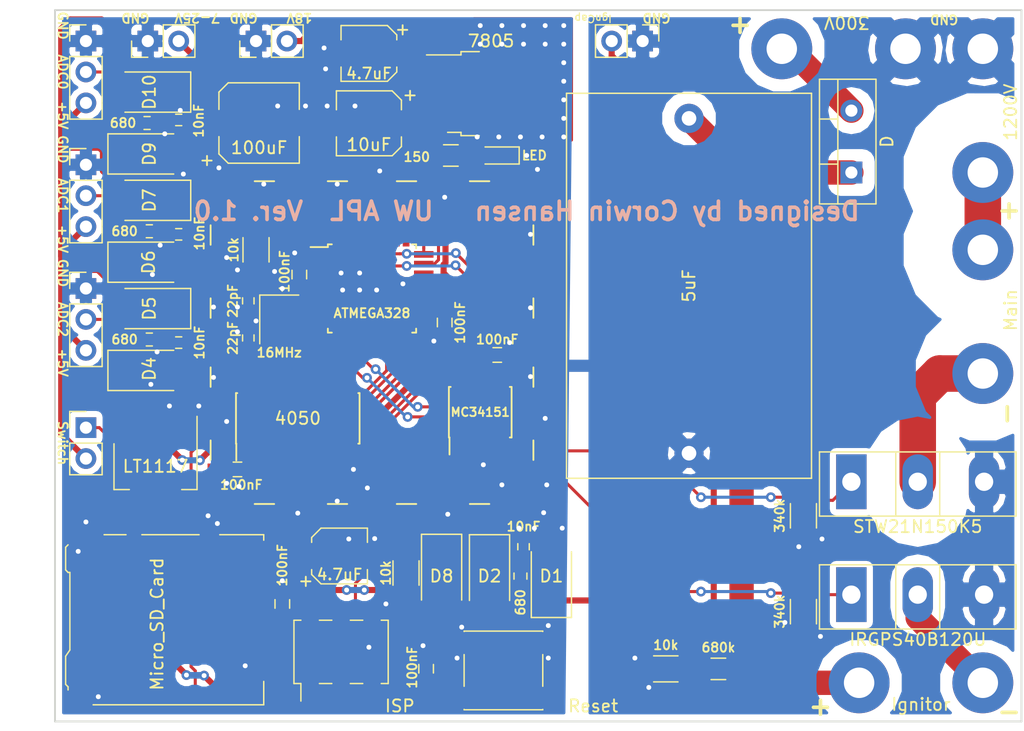
<source format=kicad_pcb>
(kicad_pcb (version 20171130) (host pcbnew "(2017-12-14 revision b47a06e)-master")
  (title_block (title "Elephant-3 Control Board SMD") (date 2017-12-14) (rev 1))
  (layers (0 F.Cu signal) (31 B.Cu signal) (34 B.Paste user) (35 F.Paste user) (36 B.SilkS user) (37 F.SilkS user) (38 B.Mask user) (39 F.Mask user) (44 Edge.Cuts user))
  (net 0 "")
  (net 1 +5V)
  (net 2 GND)
  (net 3 "Net-(C3-Pad1)")
  (net 4 "Net-(C4-Pad1)")
  (net 5 "Net-(C6-Pad1)")
  (net 6 "Net-(C8-Pad1)")
  (net 7 "Net-(C9-Pad2)")
  (net 8 "Net-(C10-Pad2)")
  (net 9 +3V3)
  (net 10 300V)
  (net 11 "Net-(CON1-Pad4)")
  (net 12 "Net-(CON1-Pad3)")
  (net 13 "Net-(CON1-Pad1)")
  (net 14 IgnCap)
  (net 15 "Net-(D3-Pad2)")
  (net 16 "Net-(D4-Pad1)")
  (net 17 "Net-(D6-Pad1)")
  (net 18 "Net-(D10-Pad2)")
  (net 19 "Net-(D11-Pad2)")
  (net 20 "Net-(J5-Pad1)")
  (net 21 18V)
  (net 22 1200V)
  (net 23 "Net-(J9-Pad1)")
  (net 24 "Net-(J10-Pad5)")
  (net 25 "Net-(J10-Pad3)")
  (net 26 "Net-(J10-Pad2)")
  (net 27 "Net-(J12-Pad1)")
  (net 28 "Net-(Q1-Pad1)")
  (net 29 "Net-(Q2-Pad1)")
  (net 30 "Net-(U2-Pad11)")
  (net 31 "Net-(C11-Pad1)")
  (net 32 "Net-(C13-Pad2)")
  (net 33 "Net-(U2-Pad14)")
  (net 34 "Net-(U2-Pad9)")
  (net 35 "Net-(U2-Pad31)")
  (net 36 "Net-(U2-Pad30)")
  (net 37 "Net-(U2-Pad27)")
  (net 38 "Net-(U2-Pad26)")
  (net 39 "Net-(U2-Pad22)")
  (net 40 "Net-(U2-Pad20)")
  (net 41 "Net-(U2-Pad19)")
  (net 42 "Net-(U2-Pad13)")
  (net 43 "Net-(U2-Pad12)")
  (net 44 "Net-(U2-Pad10)")
  (net 45 "Net-(U2-Pad2)")
  (net 46 "Net-(U2-Pad1)")
  (module TO_SOT_Packages_SMD:SOT-223-3_TabPin2 (layer F.Cu) (at 127 106.045 270)
    (fp_text reference U3 hide)
    (fp_text value LT1117 (at 0 0) (layer F.SilkS))
    (pad 2 smd rect (at 3.15 0 270) (size 2 3.8) (layers F.Cu F.Paste F.Mask) (net 9 +3V3))
    (pad 2 smd rect (at -3.15 0 270) (size 2 1.5) (layers F.Cu F.Paste F.Mask) (net 9 +3V3))
    (pad 3 smd rect (at -3.15 2.3 270) (size 2 1.5) (layers F.Cu F.Paste F.Mask) (net 1 +5V))
    (pad 1 smd rect (at -3.15 -2.3 270) (size 2 1.5) (layers F.Cu F.Paste F.Mask) (net 2 GND))
  )
  (module Shielding_Cabinets:Laird_Technologies_BMI-S-203-F_26.21x26.21mm (layer F.Cu) (at 144.78 95.885)
    (fp_text reference J13 hide)
    (fp_text value RF_Shield_Two_Pieces)
    (pad 1 smd rect (at 13.005 11.22) (size 1 2.57) (layers F.Cu F.Mask) (net 2 GND))
    (pad 1 smd rect (at -13.005 11.22) (size 1 2.57) (layers F.Cu F.Mask) (net 2 GND))
    (pad 1 smd rect (at 13.005 5.835) (size 1 3.8) (layers F.Cu F.Mask) (net 2 GND))
    (pad 1 smd rect (at -13.005 5.835) (size 1 3.8) (layers F.Cu F.Mask) (net 2 GND))
    (pad 1 smd rect (at 13.005 0) (size 1 3.47) (layers F.Cu F.Mask) (net 2 GND))
    (pad 1 smd rect (at -13.005 0) (size 1 3.47) (layers F.Cu F.Mask) (net 2 GND))
    (pad 1 smd rect (at 13.005 -5.835) (size 1 3.8) (layers F.Cu F.Mask) (net 2 GND))
    (pad 1 smd rect (at -13.005 -5.835) (size 1 3.8) (layers F.Cu F.Mask) (net 2 GND))
    (pad 1 smd rect (at 13.005 -11.22) (size 1 2.57) (layers F.Cu F.Mask) (net 2 GND))
    (pad 1 smd rect (at -13.005 -11.22) (size 1 2.57) (layers F.Cu F.Mask) (net 2 GND))
    (pad 1 smd rect (at 11.22 13.005) (size 2.57 1) (layers F.Cu F.Mask) (net 2 GND))
    (pad 1 smd rect (at 11.22 -13.005) (size 2.57 1) (layers F.Cu F.Mask) (net 2 GND))
    (pad 1 smd rect (at 5.835 13.005) (size 3.8 1) (layers F.Cu F.Mask) (net 2 GND))
    (pad 1 smd rect (at 5.835 -13.005) (size 3.8 1) (layers F.Cu F.Mask) (net 2 GND))
    (pad 1 smd rect (at 0 13.005) (size 3.47 1) (layers F.Cu F.Mask) (net 2 GND))
    (pad 1 smd rect (at 0 -13.005) (size 3.47 1) (layers F.Cu F.Mask) (net 2 GND))
    (pad 1 smd rect (at -5.835 13.005) (size 3.8 1) (layers F.Cu F.Mask) (net 2 GND))
    (pad 1 smd rect (at -5.835 -13.005) (size 3.8 1) (layers F.Cu F.Mask) (net 2 GND))
    (pad 1 smd rect (at -11.22 13.005) (size 2.57 1) (layers F.Cu F.Mask) (net 2 GND))
    (pad 1 smd rect (at -11.22 -13.005) (size 2.57 1) (layers F.Cu F.Mask) (net 2 GND))
    (pad 1 smd rect (at -13.005 13.005) (size 1 1) (layers F.Cu F.Mask) (net 2 GND))
    (pad 1 smd rect (at 13.005 13.005) (size 1 1) (layers F.Cu F.Mask) (net 2 GND))
    (pad 1 smd rect (at 13.005 -13.005) (size 1 1) (layers F.Cu F.Mask) (net 2 GND))
    (pad 1 smd rect (at -13.005 -13.005) (size 1 1) (layers F.Cu F.Mask) (net 2 GND))
  )
  (module Housings_SOIC:SOIC-8_3.9x4.9mm_Pitch1.27mm (layer F.Cu) (at 153.67 101.6 90)
    (fp_text reference U4 hide)
    (fp_text value MC34151 (at 0 0 180) (layer F.SilkS) (effects (font (size 0.7 0.7))))
    (pad 8 smd rect (at 2.7 -1.905 90) (size 1.55 0.6) (layers F.Cu F.Paste F.Mask))
    (pad 7 smd rect (at 2.7 -0.635 90) (size 1.55 0.6) (layers F.Cu F.Paste F.Mask) (net 28 "Net-(Q1-Pad1)"))
    (pad 6 smd rect (at 2.7 0.635 90) (size 1.55 0.6) (layers F.Cu F.Paste F.Mask) (net 21 18V))
    (pad 5 smd rect (at 2.7 1.905 90) (size 1.55 0.6) (layers F.Cu F.Paste F.Mask) (net 29 "Net-(Q2-Pad1)"))
    (pad 4 smd rect (at -2.7 1.905 90) (size 1.55 0.6) (layers F.Cu F.Paste F.Mask) (net 30 "Net-(U2-Pad11)"))
    (pad 3 smd rect (at -2.7 0.635 90) (size 1.55 0.6) (layers F.Cu F.Paste F.Mask) (net 2 GND))
    (pad 2 smd rect (at -2.7 -0.635 90) (size 1.55 0.6) (layers F.Cu F.Paste F.Mask) (net 34 "Net-(U2-Pad9)"))
    (pad 1 smd rect (at -2.7 -1.905 90) (size 1.55 0.6) (layers F.Cu F.Paste F.Mask))
  )
  (module Capacitors_SMD:C_0402 (layer F.Cu) (at 157.226 112.649 90)
    (fp_text reference C4 hide)
    (fp_text value 10nF (at 1.651 0 180) (layer F.SilkS) (effects (font (size 0.75 0.75))))
    (pad 1 smd rect (at -0.55 0 90) (size 0.6 0.5) (layers F.Cu F.Paste F.Mask) (net 4 "Net-(C4-Pad1)"))
    (pad 2 smd rect (at 0.55 0 90) (size 0.6 0.5) (layers F.Cu F.Paste F.Mask) (net 2 GND))
  )
  (module Diodes_SMD:D_SMA (layer F.Cu) (at 154.432 115.062 270)
    (fp_text reference D2 (at 0 0) (layer F.SilkS))
    (fp_text value D_Schottky)
    (pad 2 smd rect (at 2 0 270) (size 2.5 1.8) (layers F.Cu F.Paste F.Mask) (net 14 IgnCap))
    (pad 1 smd rect (at -2 0 270) (size 2.5 1.8) (layers F.Cu F.Paste F.Mask) (net 1 +5V))
  )
  (module Resistors_SMD:R_0402 (layer F.Cu) (at 156.972 115.062 270)
    (fp_text reference R1 hide)
    (fp_text value 680 (at 2.159 0 270) (layer F.SilkS) (effects (font (size 0.75 0.75))))
    (pad 2 smd rect (at 0.45 0 270) (size 0.4 0.6) (layers F.Cu F.Paste F.Mask) (net 14 IgnCap))
    (pad 1 smd rect (at -0.45 0 270) (size 0.4 0.6) (layers F.Cu F.Paste F.Mask) (net 4 "Net-(C4-Pad1)"))
  )
  (module Diodes_SMD:D_SMA (layer F.Cu) (at 159.512 115.062 90)
    (fp_text reference D1 (at 0 0 180) (layer F.SilkS))
    (fp_text value D_Schottky)
    (pad 2 smd rect (at 2 0 90) (size 2.5 1.8) (layers F.Cu F.Paste F.Mask) (net 2 GND))
    (pad 1 smd rect (at -2 0 90) (size 2.5 1.8) (layers F.Cu F.Paste F.Mask) (net 14 IgnCap))
  )
  (module Diodes_SMD:D_SMA (layer F.Cu) (at 126.492 89.281)
    (fp_text reference D6 (at -0.0635 0 90) (layer F.SilkS))
    (fp_text value D_Schottky)
    (pad 1 smd rect (at -2 0) (size 2.5 1.8) (layers F.Cu F.Paste F.Mask) (net 17 "Net-(D6-Pad1)"))
    (pad 2 smd rect (at 2 0) (size 2.5 1.8) (layers F.Cu F.Paste F.Mask) (net 2 GND))
  )
  (module Capacitors_THT:C_Rect_L31.5mm_W20.0mm_P27.50mm_MKS4 (layer F.Cu) (at 170.815 77.47 270)
    (fp_text reference C16 hide)
    (fp_text value 5uF (at 13.75 0 270) (layer F.SilkS))
    (pad 2 thru_hole circle (at 27.5 0 270) (size 2.4 2.4) (drill 1.2) (layers *.Cu *.Mask) (net 2 GND))
    (pad 1 thru_hole circle (at 0 0 270) (size 2.4 2.4) (drill 1.2) (layers *.Cu *.Mask) (net 10 300V))
  )
  (module TO_SOT_Packages_THT:TO-220-2_Vertical (layer F.Cu) (at 184.15 81.915 90)
    (fp_text reference D11 hide)
    (fp_text value D (at 2.54 2.921 90) (layer F.SilkS))
    (pad 1 thru_hole rect (at 0 0 90) (size 1.8 1.8) (drill 1) (layers *.Cu *.Mask) (net 10 300V))
    (pad 2 thru_hole oval (at 5.08 0 90) (size 1.8 1.8) (drill 1) (layers *.Cu *.Mask) (net 19 "Net-(D11-Pad2)"))
  )
  (module Pin_Headers:Pin_Header_Straight_1x02_Pitch2.54mm (layer F.Cu) (at 126.365 71.12 90)
    (fp_text reference J1 hide)
    (fp_text value 7-25V (at 1.905 4.064 180 unlocked) (layer F.SilkS) (effects (font (size 0.75 0.75))))
    (pad 1 thru_hole rect (at 0 0 90) (size 1.7 1.7) (drill 1) (layers *.Cu *.Mask) (net 2 GND))
    (pad 2 thru_hole oval (at 0 2.54 90) (size 1.7 1.7) (drill 1) (layers *.Cu *.Mask) (net 3 "Net-(C3-Pad1)"))
  )
  (module Pin_Headers:Pin_Header_Straight_1x03_Pitch2.54mm (layer F.Cu) (at 121.285 91.44)
    (fp_text reference J2 hide)
    (fp_text value ADC2 (at -1.905 2.54 -90 unlocked) (layer F.SilkS) (effects (font (size 0.75 0.75))))
    (pad 1 thru_hole rect (at 0 0) (size 1.7 1.7) (drill 1) (layers *.Cu *.Mask) (net 2 GND))
    (pad 2 thru_hole oval (at 0 2.54) (size 1.7 1.7) (drill 1) (layers *.Cu *.Mask) (net 16 "Net-(D4-Pad1)"))
    (pad 3 thru_hole oval (at 0 5.08) (size 1.7 1.7) (drill 1) (layers *.Cu *.Mask) (net 1 +5V))
  )
  (module Pin_Headers:Pin_Header_Straight_1x03_Pitch2.54mm (layer F.Cu) (at 121.285 81.28)
    (fp_text reference J3 hide)
    (fp_text value ADC1 (at -1.905 2.54 270 unlocked) (layer F.SilkS) (effects (font (size 0.75 0.75))))
    (pad 1 thru_hole rect (at 0 0) (size 1.7 1.7) (drill 1) (layers *.Cu *.Mask) (net 2 GND))
    (pad 2 thru_hole oval (at 0 2.54) (size 1.7 1.7) (drill 1) (layers *.Cu *.Mask) (net 17 "Net-(D6-Pad1)"))
    (pad 3 thru_hole oval (at 0 5.08) (size 1.7 1.7) (drill 1) (layers *.Cu *.Mask) (net 1 +5V))
  )
  (module Pin_Headers:Pin_Header_Straight_1x03_Pitch2.54mm (layer F.Cu) (at 121.285 71.12)
    (fp_text reference J4 hide)
    (fp_text value ADC0 (at -1.905 2.54 270 unlocked) (layer F.SilkS) (effects (font (size 0.75 0.75))))
    (pad 1 thru_hole rect (at 0 0) (size 1.7 1.7) (drill 1) (layers *.Cu *.Mask) (net 2 GND))
    (pad 2 thru_hole oval (at 0 2.54) (size 1.7 1.7) (drill 1) (layers *.Cu *.Mask) (net 18 "Net-(D10-Pad2)"))
    (pad 3 thru_hole oval (at 0 5.08) (size 1.7 1.7) (drill 1) (layers *.Cu *.Mask) (net 1 +5V))
  )
  (module Pin_Headers:Pin_Header_Straight_1x02_Pitch2.54mm (layer F.Cu) (at 121.285 102.87)
    (fp_text reference J5 hide)
    (fp_text value Switch (at -1.905 1.27 -90 unlocked) (layer F.SilkS) (effects (font (size 0.75 0.75))))
    (pad 1 thru_hole rect (at 0 0) (size 1.7 1.7) (drill 1) (layers *.Cu *.Mask) (net 20 "Net-(J5-Pad1)"))
    (pad 2 thru_hole oval (at 0 2.54) (size 1.7 1.7) (drill 1) (layers *.Cu *.Mask) (net 1 +5V))
  )
  (module Pin_Headers:Pin_Header_Straight_1x02_Pitch2.54mm (layer F.Cu) (at 135.255 71.12 90)
    (fp_text reference J6 hide)
    (fp_text value 18V (at 1.905 3.556 180 unlocked) (layer F.SilkS) (effects (font (size 0.75 0.75))))
    (pad 1 thru_hole rect (at 0 0 90) (size 1.7 1.7) (drill 1) (layers *.Cu *.Mask) (net 2 GND))
    (pad 2 thru_hole oval (at 0 2.54 90) (size 1.7 1.7) (drill 1) (layers *.Cu *.Mask) (net 21 18V))
  )
  (module HV-WirePad:HV-WirePad (layer F.Cu) (at 183.515 71.755)
    (fp_text reference J7 hide)
    (fp_text value 300V (at 0.254 -2.159 180 unlocked) (layer F.SilkS))
    (pad 2 thru_hole circle (at -5.08 0) (size 5 5) (drill 2.5) (layers *.Cu *.Mask) (net 19 "Net-(D11-Pad2)"))
    (pad 1 thru_hole circle (at 5.08 0) (size 5 5) (drill 2.5) (layers *.Cu *.Mask) (net 2 GND))
  )
  (module HV-WirePad:HV-WirePad (layer F.Cu) (at 194.945 76.835 90)
    (fp_text reference J8 hide)
    (fp_text value 1200V (at -0.127 2.286 90) (layer F.SilkS))
    (pad 2 thru_hole circle (at -5.08 0 90) (size 5 5) (drill 2.5) (layers *.Cu *.Mask) (net 22 1200V))
    (pad 1 thru_hole circle (at 5.08 0 90) (size 5 5) (drill 2.5) (layers *.Cu *.Mask) (net 2 GND))
  )
  (module HV-WirePad:HV-WirePad (layer F.Cu) (at 189.865 123.825)
    (fp_text reference J9 hide)
    (fp_text value Ignitor (at 0 1.778) (layer F.SilkS))
    (pad 2 thru_hole circle (at -5.08 0) (size 5 5) (drill 2.5) (layers *.Cu *.Mask) (net 10 300V))
    (pad 1 thru_hole circle (at 5.08 0) (size 5 5) (drill 2.5) (layers *.Cu *.Mask) (net 23 "Net-(J9-Pad1)"))
  )
  (module Connectors_Card:Hirose_DM3AT-SF-PEJM5 (layer F.Cu) (at 135.128 121.412 270)
    (fp_text reference J10 hide)
    (fp_text value Micro_SD_Card (at -2.413 8.001 270) (layer F.SilkS))
    (pad 9 smd rect (at -8.65 -0.6 270) (size 0.7 1.2) (layers F.Cu F.Paste F.Mask))
    (pad 8 smd rect (at -7.7 -0.6 270) (size 0.7 1.2) (layers F.Cu F.Paste F.Mask))
    (pad 1 smd rect (at 0 -0.6 270) (size 0.7 1.2) (layers F.Cu F.Paste F.Mask))
    (pad 2 smd rect (at -1.1 -0.6 270) (size 0.7 1.2) (layers F.Cu F.Paste F.Mask) (net 26 "Net-(J10-Pad2)"))
    (pad 3 smd rect (at -2.2 -0.6 270) (size 0.7 1.2) (layers F.Cu F.Paste F.Mask) (net 25 "Net-(J10-Pad3)"))
    (pad 4 smd rect (at -3.3 -0.6 270) (size 0.7 1.2) (layers F.Cu F.Paste F.Mask) (net 9 +3V3))
    (pad 5 smd rect (at -4.4 -0.6 270) (size 0.7 1.2) (layers F.Cu F.Paste F.Mask) (net 24 "Net-(J10-Pad5)"))
    (pad 6 smd rect (at -5.5 -0.6 270) (size 0.7 1.2) (layers F.Cu F.Paste F.Mask) (net 2 GND))
    (pad 7 smd rect (at -6.6 -0.6 270) (size 0.7 1.2) (layers F.Cu F.Paste F.Mask) (net 13 "Net-(CON1-Pad1)"))
    (pad 11 smd rect (at 1.55 -0.6 270) (size 1 1.2) (layers F.Cu F.Paste F.Mask) (net 2 GND))
    (pad 11 smd rect (at -9.6 3.7 270) (size 1 1.2) (layers F.Cu F.Paste F.Mask) (net 2 GND))
    (pad 10 smd rect (at -9.6 9.9 270) (size 1 0.8) (layers F.Cu F.Paste F.Mask))
    (pad 11 smd rect (at -9.6 14.05 270) (size 1 2.8) (layers F.Cu F.Paste F.Mask) (net 2 GND))
    (pad 11 smd rect (at 3.9 14.5 270) (size 1.3 1.9) (layers F.Cu F.Paste F.Mask) (net 2 GND))
  )
  (module Pin_Headers:Pin_Header_Straight_1x02_Pitch2.54mm (layer F.Cu) (at 167.005 71.12 270)
    (fp_text reference J11 hide)
    (fp_text value IgnCap (at -1.8415 4.064 180 unlocked) (layer F.SilkS) (effects (font (size 0.6 0.6) (thickness 0.1))))
    (pad 1 thru_hole rect (at 0 0 270) (size 1.7 1.7) (drill 1) (layers *.Cu *.Mask) (net 2 GND))
    (pad 2 thru_hole oval (at 0 2.54 270) (size 1.7 1.7) (drill 1) (layers *.Cu *.Mask) (net 14 IgnCap))
  )
  (module HV-WirePad:HV-WirePad (layer F.Cu) (at 194.945 93.345 270)
    (fp_text reference J12 hide)
    (fp_text value Main (at -0.127 -2.286 270) (layer F.SilkS))
    (pad 2 thru_hole circle (at -5.08 0 270) (size 5 5) (drill 2.5) (layers *.Cu *.Mask) (net 22 1200V))
    (pad 1 thru_hole circle (at 5.08 0 270) (size 5 5) (drill 2.5) (layers *.Cu *.Mask) (net 27 "Net-(J12-Pad1)"))
  )
  (module TO_SOT_Packages_THT:TO-247_TO-3P_Vertical (layer F.Cu) (at 184.15 116.586)
    (fp_text reference Q1 hide)
    (fp_text value IRGPS40B120U (at 5.461 3.683) (layer F.SilkS))
    (pad 1 thru_hole rect (at 0 0) (size 2.5 4.5) (drill 1.5) (layers *.Cu *.Mask) (net 28 "Net-(Q1-Pad1)"))
    (pad 2 thru_hole oval (at 5.45 0) (size 2.5 4.5) (drill 1.5) (layers *.Cu *.Mask) (net 23 "Net-(J9-Pad1)"))
    (pad 3 thru_hole oval (at 10.9 0) (size 2.5 4.5) (drill 1.5) (layers *.Cu *.Mask) (net 2 GND))
  )
  (module TO_SOT_Packages_THT:TO-247_TO-3P_Vertical (layer F.Cu) (at 184.15 107.315)
    (fp_text reference Q2 hide)
    (fp_text value STW21N150K5 (at 5.45 3.683) (layer F.SilkS))
    (pad 1 thru_hole rect (at 0 0) (size 2.5 4.5) (drill 1.5) (layers *.Cu *.Mask) (net 29 "Net-(Q2-Pad1)"))
    (pad 2 thru_hole oval (at 5.45 0) (size 2.5 4.5) (drill 1.5) (layers *.Cu *.Mask) (net 27 "Net-(J12-Pad1)"))
    (pad 3 thru_hole oval (at 10.9 0) (size 2.5 4.5) (drill 1.5) (layers *.Cu *.Mask) (net 2 GND))
  )
  (module Housings_SOIC:SOIC-16_3.9x9.9mm_Pitch1.27mm (layer F.Cu) (at 138.684 102.108 90)
    (fp_text reference U5 hide)
    (fp_text value 4050 (at 0 0 180) (layer F.SilkS))
    (pad 1 smd rect (at -2.7 -4.445 90) (size 1.5 0.6) (layers F.Cu F.Paste F.Mask) (net 9 +3V3))
    (pad 2 smd rect (at -2.7 -3.175 90) (size 1.5 0.6) (layers F.Cu F.Paste F.Mask) (net 26 "Net-(J10-Pad2)"))
    (pad 3 smd rect (at -2.7 -1.905 90) (size 1.5 0.6) (layers F.Cu F.Paste F.Mask) (net 33 "Net-(U2-Pad14)"))
    (pad 4 smd rect (at -2.7 -0.635 90) (size 1.5 0.6) (layers F.Cu F.Paste F.Mask) (net 25 "Net-(J10-Pad3)"))
    (pad 5 smd rect (at -2.7 0.635 90) (size 1.5 0.6) (layers F.Cu F.Paste F.Mask) (net 11 "Net-(CON1-Pad4)"))
    (pad 6 smd rect (at -2.7 1.905 90) (size 1.5 0.6) (layers F.Cu F.Paste F.Mask) (net 24 "Net-(J10-Pad5)"))
    (pad 7 smd rect (at -2.7 3.175 90) (size 1.5 0.6) (layers F.Cu F.Paste F.Mask) (net 12 "Net-(CON1-Pad3)"))
    (pad 8 smd rect (at -2.7 4.445 90) (size 1.5 0.6) (layers F.Cu F.Paste F.Mask) (net 2 GND))
    (pad 9 smd rect (at 2.7 4.445 90) (size 1.5 0.6) (layers F.Cu F.Paste F.Mask))
    (pad 10 smd rect (at 2.7 3.175 90) (size 1.5 0.6) (layers F.Cu F.Paste F.Mask))
    (pad 11 smd rect (at 2.7 1.905 90) (size 1.5 0.6) (layers F.Cu F.Paste F.Mask))
    (pad 12 smd rect (at 2.7 0.635 90) (size 1.5 0.6) (layers F.Cu F.Paste F.Mask))
    (pad 13 smd rect (at 2.7 -0.635 90) (size 1.5 0.6) (layers F.Cu F.Paste F.Mask))
    (pad 14 smd rect (at 2.7 -1.905 90) (size 1.5 0.6) (layers F.Cu F.Paste F.Mask))
    (pad 15 smd rect (at 2.7 -3.175 90) (size 1.5 0.6) (layers F.Cu F.Paste F.Mask))
    (pad 16 smd rect (at 2.7 -4.445 90) (size 1.5 0.6) (layers F.Cu F.Paste F.Mask))
  )
  (module Capacitors_SMD:C_0603 (layer F.Cu) (at 138.811 90.297 90)
    (fp_text reference C1 hide)
    (fp_text value 100nF (at 0.254 -1.2065 90) (layer F.SilkS) (effects (font (size 0.75 0.75))))
    (pad 2 smd rect (at 0.75 0 90) (size 0.8 0.75) (layers F.Cu F.Paste F.Mask) (net 2 GND))
    (pad 1 smd rect (at -0.75 0 90) (size 0.8 0.75) (layers F.Cu F.Paste F.Mask) (net 1 +5V))
  )
  (module Capacitors_SMD:C_0603 (layer F.Cu) (at 150.749 94.234 270)
    (fp_text reference C2 hide)
    (fp_text value 100nF (at 0 -1.27 270) (layer F.SilkS) (effects (font (size 0.75 0.75))))
    (pad 1 smd rect (at -0.75 0 270) (size 0.8 0.75) (layers F.Cu F.Paste F.Mask) (net 1 +5V))
    (pad 2 smd rect (at 0.75 0 270) (size 0.8 0.75) (layers F.Cu F.Paste F.Mask) (net 2 GND))
  )
  (module Capacitors_SMD:CP_Elec_6.3x5.3 (layer F.Cu) (at 135.509 77.851)
    (fp_text reference C3 hide)
    (fp_text value 100uF (at 0 2.032) (layer F.SilkS))
    (fp_text user + (at -4.28 3.01) (layer F.SilkS))
    (pad 2 smd rect (at 2.7 0 180) (size 3.5 1.6) (layers F.Cu F.Paste F.Mask) (net 2 GND))
    (pad 1 smd rect (at -2.7 0 180) (size 3.5 1.6) (layers F.Cu F.Paste F.Mask) (net 3 "Net-(C3-Pad1)"))
  )
  (module Capacitors_SMD:CP_Elec_5x5.3 (layer F.Cu) (at 144.526 77.851 180)
    (fp_text reference C5 hide)
    (fp_text value 10uF (at 0 -1.778 180) (layer F.SilkS))
    (fp_text user + (at -3.38 2.34 180) (layer F.SilkS))
    (pad 2 smd rect (at 2.2 0) (size 3 1.6) (layers F.Cu F.Paste F.Mask) (net 2 GND))
    (pad 1 smd rect (at -2.2 0) (size 3 1.6) (layers F.Cu F.Paste F.Mask) (net 1 +5V))
  )
  (module Capacitors_SMD:C_0402 (layer F.Cu) (at 128.905 95.885)
    (fp_text reference C6 hide)
    (fp_text value 10nF (at 1.7145 0 90) (layer F.SilkS) (effects (font (size 0.75 0.75))))
    (pad 1 smd rect (at -0.55 0) (size 0.6 0.5) (layers F.Cu F.Paste F.Mask) (net 5 "Net-(C6-Pad1)"))
    (pad 2 smd rect (at 0.55 0) (size 0.6 0.5) (layers F.Cu F.Paste F.Mask) (net 2 GND))
  )
  (module Capacitors_SMD:CP_Elec_4x5.3 (layer F.Cu) (at 142.113 113.411)
    (fp_text reference C7 hide)
    (fp_text value 4.7uF (at 0 1.524) (layer F.SilkS) (effects (font (size 0.9 0.9))))
    (fp_text user + (at -2.77 2.01) (layer F.SilkS))
    (pad 2 smd rect (at 1.8 0 180) (size 2.6 1.6) (layers F.Cu F.Paste F.Mask) (net 2 GND))
    (pad 1 smd rect (at -1.8 0 180) (size 2.6 1.6) (layers F.Cu F.Paste F.Mask) (net 9 +3V3))
  )
  (module Capacitors_SMD:C_0402 (layer F.Cu) (at 128.905 86.995)
    (fp_text reference C8 hide)
    (fp_text value 10nF (at 1.7145 -0.0635 90) (layer F.SilkS) (effects (font (size 0.75 0.75))))
    (pad 1 smd rect (at -0.55 0) (size 0.6 0.5) (layers F.Cu F.Paste F.Mask) (net 6 "Net-(C8-Pad1)"))
    (pad 2 smd rect (at 0.55 0) (size 0.6 0.5) (layers F.Cu F.Paste F.Mask) (net 2 GND))
  )
  (module Capacitors_SMD:C_0402 (layer F.Cu) (at 134.62 92.456 90)
    (fp_text reference C9 hide)
    (fp_text value 22pF (at 0 -1.27 90) (layer F.SilkS) (effects (font (size 0.75 0.75))))
    (pad 2 smd rect (at 0.55 0 90) (size 0.6 0.5) (layers F.Cu F.Paste F.Mask) (net 7 "Net-(C9-Pad2)"))
    (pad 1 smd rect (at -0.55 0 90) (size 0.6 0.5) (layers F.Cu F.Paste F.Mask) (net 2 GND))
  )
  (module Capacitors_SMD:C_0402 (layer F.Cu) (at 134.62 95.504 270)
    (fp_text reference C10 hide)
    (fp_text value 22pF (at 0 1.27 270) (layer F.SilkS) (effects (font (size 0.75 0.75))))
    (pad 1 smd rect (at -0.55 0 270) (size 0.6 0.5) (layers F.Cu F.Paste F.Mask) (net 2 GND))
    (pad 2 smd rect (at 0.55 0 270) (size 0.6 0.5) (layers F.Cu F.Paste F.Mask) (net 8 "Net-(C10-Pad2)"))
  )
  (module Capacitors_SMD:C_0402 (layer F.Cu) (at 128.905 77.597)
    (fp_text reference C11 hide)
    (fp_text value 10nF (at 1.651 0.0635 90) (layer F.SilkS) (effects (font (size 0.75 0.75))))
    (pad 2 smd rect (at 0.55 0) (size 0.6 0.5) (layers F.Cu F.Paste F.Mask) (net 2 GND))
    (pad 1 smd rect (at -0.55 0) (size 0.6 0.5) (layers F.Cu F.Paste F.Mask) (net 31 "Net-(C11-Pad1)"))
  )
  (module Capacitors_SMD:C_0603 (layer F.Cu) (at 133.731 106.299 180)
    (fp_text reference C12 hide)
    (fp_text value 100nF (at -0.3175 -1.27 180) (layer F.SilkS) (effects (font (size 0.75 0.75))))
    (pad 2 smd rect (at 0.75 0 180) (size 0.8 0.75) (layers F.Cu F.Paste F.Mask) (net 2 GND))
    (pad 1 smd rect (at -0.75 0 180) (size 0.8 0.75) (layers F.Cu F.Paste F.Mask) (net 9 +3V3))
  )
  (module Capacitors_SMD:C_0603 (layer F.Cu) (at 149.225 122.67 270)
    (fp_text reference C13 hide)
    (fp_text value 100nF (at -0.115 1.143 270) (layer F.SilkS) (effects (font (size 0.75 0.75))))
    (pad 1 smd rect (at -0.75 0 270) (size 0.8 0.75) (layers F.Cu F.Paste F.Mask) (net 2 GND))
    (pad 2 smd rect (at 0.75 0 270) (size 0.8 0.75) (layers F.Cu F.Paste F.Mask) (net 32 "Net-(C13-Pad2)"))
  )
  (module Capacitors_SMD:C_0603 (layer F.Cu) (at 155.067 96.901)
    (fp_text reference C14 hide)
    (fp_text value 100nF (at 0 -1.27) (layer F.SilkS) (effects (font (size 0.75 0.75))))
    (pad 1 smd rect (at -0.75 0) (size 0.8 0.75) (layers F.Cu F.Paste F.Mask) (net 21 18V))
    (pad 2 smd rect (at 0.75 0) (size 0.8 0.75) (layers F.Cu F.Paste F.Mask) (net 2 GND))
  )
  (module Capacitors_SMD:C_0603 (layer F.Cu) (at 137.414 117.348 90)
    (fp_text reference C17 hide)
    (fp_text value 100nF (at 3.175 0 90) (layer F.SilkS) (effects (font (size 0.75 0.75))))
    (pad 2 smd rect (at 0.75 0 90) (size 0.8 0.75) (layers F.Cu F.Paste F.Mask) (net 2 GND))
    (pad 1 smd rect (at -0.75 0 90) (size 0.8 0.75) (layers F.Cu F.Paste F.Mask) (net 9 +3V3))
  )
  (module Pin_Headers:Pin_Header_Straight_2x03_Pitch2.54mm_SMD (layer F.Cu) (at 142.24 121.285 90)
    (fp_text reference CON1 hide)
    (fp_text value ISP (at -4.445 4.826 180) (layer F.SilkS))
    (pad 6 smd rect (at 2.525 2.54 90) (size 3.15 1) (layers F.Cu F.Paste F.Mask) (net 2 GND))
    (pad 5 smd rect (at -2.525 2.54 90) (size 3.15 1) (layers F.Cu F.Paste F.Mask) (net 32 "Net-(C13-Pad2)"))
    (pad 4 smd rect (at 2.525 0 90) (size 3.15 1) (layers F.Cu F.Paste F.Mask) (net 11 "Net-(CON1-Pad4)"))
    (pad 3 smd rect (at -2.525 0 90) (size 3.15 1) (layers F.Cu F.Paste F.Mask) (net 12 "Net-(CON1-Pad3)"))
    (pad 2 smd rect (at 2.525 -2.54 90) (size 3.15 1) (layers F.Cu F.Paste F.Mask) (net 1 +5V))
    (pad 1 smd rect (at -2.525 -2.54 90) (size 3.15 1) (layers F.Cu F.Paste F.Mask) (net 13 "Net-(CON1-Pad1)"))
  )
  (module LEDs:LED_0805 (layer F.Cu) (at 155.067 80.518 180)
    (fp_text reference D3 hide)
    (fp_text value LED (at -3.048 0 180) (layer F.SilkS) (effects (font (size 0.75 0.75))))
    (pad 1 smd rect (at -1.1 0) (size 1.2 1.2) (layers F.Cu F.Paste F.Mask) (net 2 GND))
    (pad 2 smd rect (at 1.1 0) (size 1.2 1.2) (layers F.Cu F.Paste F.Mask) (net 15 "Net-(D3-Pad2)"))
  )
  (module Diodes_SMD:D_SMA (layer F.Cu) (at 126.492 98.171)
    (fp_text reference D4 (at 0 -0.127 90) (layer F.SilkS))
    (fp_text value D_Schottky)
    (pad 2 smd rect (at 2 0) (size 2.5 1.8) (layers F.Cu F.Paste F.Mask) (net 2 GND))
    (pad 1 smd rect (at -2 0) (size 2.5 1.8) (layers F.Cu F.Paste F.Mask) (net 16 "Net-(D4-Pad1)"))
  )
  (module Diodes_SMD:D_SMA (layer F.Cu) (at 126.492 93.091 180)
    (fp_text reference D5 (at 0 0 270) (layer F.SilkS))
    (fp_text value D_Schottky)
    (pad 1 smd rect (at -2 0 180) (size 2.5 1.8) (layers F.Cu F.Paste F.Mask) (net 1 +5V))
    (pad 2 smd rect (at 2 0 180) (size 2.5 1.8) (layers F.Cu F.Paste F.Mask) (net 16 "Net-(D4-Pad1)"))
  )
  (module Diodes_SMD:D_SMA (layer F.Cu) (at 126.492 84.201 180)
    (fp_text reference D7 (at 0 0 270) (layer F.SilkS))
    (fp_text value D_Schottky)
    (pad 2 smd rect (at 2 0 180) (size 2.5 1.8) (layers F.Cu F.Paste F.Mask) (net 17 "Net-(D6-Pad1)"))
    (pad 1 smd rect (at -2 0 180) (size 2.5 1.8) (layers F.Cu F.Paste F.Mask) (net 1 +5V))
  )
  (module Diodes_SMD:D_SMA (layer F.Cu) (at 150.495 115.03 270)
    (fp_text reference D8 (at 0.032 0) (layer F.SilkS))
    (fp_text value D)
    (pad 1 smd rect (at -2 0 270) (size 2.5 1.8) (layers F.Cu F.Paste F.Mask) (net 1 +5V))
    (pad 2 smd rect (at 2 0 270) (size 2.5 1.8) (layers F.Cu F.Paste F.Mask) (net 32 "Net-(C13-Pad2)"))
  )
  (module Diodes_SMD:D_SMA (layer F.Cu) (at 126.492 80.391)
    (fp_text reference D9 (at 0 0 90) (layer F.SilkS))
    (fp_text value D_Schottky)
    (pad 1 smd rect (at -2 0) (size 2.5 1.8) (layers F.Cu F.Paste F.Mask) (net 18 "Net-(D10-Pad2)"))
    (pad 2 smd rect (at 2 0) (size 2.5 1.8) (layers F.Cu F.Paste F.Mask) (net 2 GND))
  )
  (module Diodes_SMD:D_SMA (layer F.Cu) (at 126.492 75.311 180)
    (fp_text reference D10 (at 0 0 270) (layer F.SilkS))
    (fp_text value D_Schottky)
    (pad 2 smd rect (at 2 0 180) (size 2.5 1.8) (layers F.Cu F.Paste F.Mask) (net 18 "Net-(D10-Pad2)"))
    (pad 1 smd rect (at -2 0 180) (size 2.5 1.8) (layers F.Cu F.Paste F.Mask) (net 1 +5V))
  )
  (module Resistors_SMD:R_0805 (layer F.Cu) (at 151.257 80.518)
    (fp_text reference R2 hide)
    (fp_text value 150 (at -2.794 0.127) (layer F.SilkS) (effects (font (size 0.75 0.75))))
    (pad 1 smd rect (at -0.95 0) (size 0.7 1.3) (layers F.Cu F.Paste F.Mask) (net 1 +5V))
    (pad 2 smd rect (at 0.95 0) (size 0.7 1.3) (layers F.Cu F.Paste F.Mask) (net 15 "Net-(D3-Pad2)"))
  )
  (module Resistors_SMD:R_0402 (layer F.Cu) (at 126.492 95.631 180)
    (fp_text reference R3 hide)
    (fp_text value 680 (at 2.032 0 180) (layer F.SilkS) (effects (font (size 0.75 0.75))))
    (pad 1 smd rect (at -0.45 0 180) (size 0.4 0.6) (layers F.Cu F.Paste F.Mask) (net 5 "Net-(C6-Pad1)"))
    (pad 2 smd rect (at 0.45 0 180) (size 0.4 0.6) (layers F.Cu F.Paste F.Mask) (net 16 "Net-(D4-Pad1)"))
  )
  (module Resistors_SMD:R_0402 (layer F.Cu) (at 126.492 86.741 180)
    (fp_text reference R4 hide)
    (fp_text value 680 (at 2.032 0 180) (layer F.SilkS) (effects (font (size 0.75 0.75))))
    (pad 2 smd rect (at 0.45 0 180) (size 0.4 0.6) (layers F.Cu F.Paste F.Mask) (net 17 "Net-(D6-Pad1)"))
    (pad 1 smd rect (at -0.45 0 180) (size 0.4 0.6) (layers F.Cu F.Paste F.Mask) (net 6 "Net-(C8-Pad1)"))
  )
  (module Resistors_SMD:R_1206 (layer F.Cu) (at 135.255 88.265 90)
    (fp_text reference R5 hide)
    (fp_text value 10k (at 0 -1.8415 90) (layer F.SilkS) (effects (font (size 0.75 0.75))))
    (pad 1 smd rect (at -1.45 0 90) (size 0.9 1.7) (layers F.Cu F.Paste F.Mask) (net 2 GND))
    (pad 2 smd rect (at 1.45 0 90) (size 0.9 1.7) (layers F.Cu F.Paste F.Mask) (net 20 "Net-(J5-Pad1)"))
  )
  (module Resistors_SMD:R_1206 (layer F.Cu) (at 147.574 114.808 270)
    (fp_text reference R6 hide)
    (fp_text value 10k (at 0 1.651 270) (layer F.SilkS) (effects (font (size 0.75 0.75))))
    (pad 2 smd rect (at 1.45 0 270) (size 0.9 1.7) (layers F.Cu F.Paste F.Mask) (net 32 "Net-(C13-Pad2)"))
    (pad 1 smd rect (at -1.45 0 270) (size 0.9 1.7) (layers F.Cu F.Paste F.Mask) (net 1 +5V))
  )
  (module Resistors_SMD:R_0402 (layer F.Cu) (at 126.307 77.851 180)
    (fp_text reference R7 hide)
    (fp_text value 680 (at 1.974 0 180) (layer F.SilkS) (effects (font (size 0.75 0.75))))
    (pad 1 smd rect (at -0.45 0 180) (size 0.4 0.6) (layers F.Cu F.Paste F.Mask) (net 31 "Net-(C11-Pad1)"))
    (pad 2 smd rect (at 0.45 0 180) (size 0.4 0.6) (layers F.Cu F.Paste F.Mask) (net 18 "Net-(D10-Pad2)"))
  )
  (module Resistors_SMD:R_1206 (layer F.Cu) (at 180.213 117.983 270)
    (fp_text reference R8 hide)
    (fp_text value 340k (at 0 1.95 270) (layer F.SilkS) (effects (font (size 0.75 0.75))))
    (pad 2 smd rect (at 1.45 0 270) (size 0.9 1.7) (layers F.Cu F.Paste F.Mask) (net 2 GND))
    (pad 1 smd rect (at -1.45 0 270) (size 0.9 1.7) (layers F.Cu F.Paste F.Mask) (net 28 "Net-(Q1-Pad1)"))
  )
  (module Resistors_SMD:R_1206 (layer F.Cu) (at 168.91 122.682 180)
    (fp_text reference R9 hide)
    (fp_text value 10k (at 0 1.95 180) (layer F.SilkS) (effects (font (size 0.75 0.75))))
    (pad 2 smd rect (at 1.45 0 180) (size 0.9 1.7) (layers F.Cu F.Paste F.Mask) (net 2 GND))
    (pad 1 smd rect (at -1.45 0 180) (size 0.9 1.7) (layers F.Cu F.Paste F.Mask) (net 14 IgnCap))
  )
  (module Resistors_SMD:R_1206 (layer F.Cu) (at 180.213 110.109 270)
    (fp_text reference R10 hide)
    (fp_text value 340k (at 0 1.95 270) (layer F.SilkS) (effects (font (size 0.75 0.75))))
    (pad 1 smd rect (at -1.45 0 270) (size 0.9 1.7) (layers F.Cu F.Paste F.Mask) (net 29 "Net-(Q2-Pad1)"))
    (pad 2 smd rect (at 1.45 0 270) (size 0.9 1.7) (layers F.Cu F.Paste F.Mask) (net 2 GND))
  )
  (module Resistors_SMD:R_0805 (layer F.Cu) (at 173.228 122.682 180)
    (fp_text reference R11 hide)
    (fp_text value 680k (at 0 1.75 180) (layer F.SilkS) (effects (font (size 0.75 0.75))))
    (pad 2 smd rect (at 0.95 0 180) (size 0.7 1.3) (layers F.Cu F.Paste F.Mask) (net 14 IgnCap))
    (pad 1 smd rect (at -0.95 0 180) (size 0.7 1.3) (layers F.Cu F.Paste F.Mask) (net 10 300V))
  )
  (module Buttons_Switches_SMD:SW_SPST_PTS645 (layer F.Cu) (at 155.575 122.809 180)
    (fp_text reference SW1 hide)
    (fp_text value Reset (at -7.366 -2.921 180) (layer F.SilkS))
    (pad 2 smd rect (at 3.98 2.25 180) (size 1.55 1.3) (layers F.Cu F.Paste F.Mask) (net 2 GND))
    (pad 1 smd rect (at 3.98 -2.25 180) (size 1.55 1.3) (layers F.Cu F.Paste F.Mask) (net 32 "Net-(C13-Pad2)"))
    (pad 1 smd rect (at -3.98 -2.25 180) (size 1.55 1.3) (layers F.Cu F.Paste F.Mask) (net 32 "Net-(C13-Pad2)"))
    (pad 2 smd rect (at -3.98 2.25 180) (size 1.55 1.3) (layers F.Cu F.Paste F.Mask) (net 2 GND))
  )
  (module Housings_QFP:TQFP-32_7x7mm_Pitch0.8mm (layer F.Cu) (at 144.78 91.44)
    (fp_text reference U2 hide)
    (fp_text value ATMEGA328 (at 0 2.032) (layer F.SilkS) (effects (font (size 0.75 0.75))))
    (pad 32 smd rect (at -2.8 -4.25 90) (size 1.6 0.55) (layers F.Cu F.Paste F.Mask) (net 20 "Net-(J5-Pad1)"))
    (pad 31 smd rect (at -2 -4.25 90) (size 1.6 0.55) (layers F.Cu F.Paste F.Mask) (net 35 "Net-(U2-Pad31)"))
    (pad 30 smd rect (at -1.2 -4.25 90) (size 1.6 0.55) (layers F.Cu F.Paste F.Mask) (net 36 "Net-(U2-Pad30)"))
    (pad 29 smd rect (at -0.4 -4.25 90) (size 1.6 0.55) (layers F.Cu F.Paste F.Mask) (net 32 "Net-(C13-Pad2)"))
    (pad 28 smd rect (at 0.4 -4.25 90) (size 1.6 0.55) (layers F.Cu F.Paste F.Mask) (net 4 "Net-(C4-Pad1)"))
    (pad 27 smd rect (at 1.2 -4.25 90) (size 1.6 0.55) (layers F.Cu F.Paste F.Mask) (net 37 "Net-(U2-Pad27)"))
    (pad 26 smd rect (at 2 -4.25 90) (size 1.6 0.55) (layers F.Cu F.Paste F.Mask) (net 38 "Net-(U2-Pad26)"))
    (pad 25 smd rect (at 2.8 -4.25 90) (size 1.6 0.55) (layers F.Cu F.Paste F.Mask) (net 5 "Net-(C6-Pad1)"))
    (pad 24 smd rect (at 4.25 -2.8) (size 1.6 0.55) (layers F.Cu F.Paste F.Mask) (net 6 "Net-(C8-Pad1)"))
    (pad 23 smd rect (at 4.25 -2) (size 1.6 0.55) (layers F.Cu F.Paste F.Mask) (net 31 "Net-(C11-Pad1)"))
    (pad 22 smd rect (at 4.25 -1.2) (size 1.6 0.55) (layers F.Cu F.Paste F.Mask) (net 39 "Net-(U2-Pad22)"))
    (pad 21 smd rect (at 4.25 -0.4) (size 1.6 0.55) (layers F.Cu F.Paste F.Mask) (net 2 GND))
    (pad 20 smd rect (at 4.25 0.4) (size 1.6 0.55) (layers F.Cu F.Paste F.Mask) (net 40 "Net-(U2-Pad20)"))
    (pad 19 smd rect (at 4.25 1.2) (size 1.6 0.55) (layers F.Cu F.Paste F.Mask) (net 41 "Net-(U2-Pad19)"))
    (pad 18 smd rect (at 4.25 2) (size 1.6 0.55) (layers F.Cu F.Paste F.Mask) (net 1 +5V))
    (pad 17 smd rect (at 4.25 2.8) (size 1.6 0.55) (layers F.Cu F.Paste F.Mask) (net 12 "Net-(CON1-Pad3)"))
    (pad 16 smd rect (at 2.8 4.25 90) (size 1.6 0.55) (layers F.Cu F.Paste F.Mask) (net 13 "Net-(CON1-Pad1)"))
    (pad 15 smd rect (at 2 4.25 90) (size 1.6 0.55) (layers F.Cu F.Paste F.Mask) (net 11 "Net-(CON1-Pad4)"))
    (pad 14 smd rect (at 1.2 4.25 90) (size 1.6 0.55) (layers F.Cu F.Paste F.Mask) (net 33 "Net-(U2-Pad14)"))
    (pad 13 smd rect (at 0.4 4.25 90) (size 1.6 0.55) (layers F.Cu F.Paste F.Mask) (net 42 "Net-(U2-Pad13)"))
    (pad 12 smd rect (at -0.4 4.25 90) (size 1.6 0.55) (layers F.Cu F.Paste F.Mask) (net 43 "Net-(U2-Pad12)"))
    (pad 11 smd rect (at -1.2 4.25 90) (size 1.6 0.55) (layers F.Cu F.Paste F.Mask) (net 30 "Net-(U2-Pad11)"))
    (pad 10 smd rect (at -2 4.25 90) (size 1.6 0.55) (layers F.Cu F.Paste F.Mask) (net 44 "Net-(U2-Pad10)"))
    (pad 9 smd rect (at -2.8 4.25 90) (size 1.6 0.55) (layers F.Cu F.Paste F.Mask) (net 34 "Net-(U2-Pad9)"))
    (pad 8 smd rect (at -4.25 2.8) (size 1.6 0.55) (layers F.Cu F.Paste F.Mask) (net 8 "Net-(C10-Pad2)"))
    (pad 7 smd rect (at -4.25 2) (size 1.6 0.55) (layers F.Cu F.Paste F.Mask) (net 7 "Net-(C9-Pad2)"))
    (pad 6 smd rect (at -4.25 1.2) (size 1.6 0.55) (layers F.Cu F.Paste F.Mask) (net 1 +5V))
    (pad 5 smd rect (at -4.25 0.4) (size 1.6 0.55) (layers F.Cu F.Paste F.Mask) (net 2 GND))
    (pad 4 smd rect (at -4.25 -0.4) (size 1.6 0.55) (layers F.Cu F.Paste F.Mask) (net 1 +5V))
    (pad 3 smd rect (at -4.25 -1.2) (size 1.6 0.55) (layers F.Cu F.Paste F.Mask) (net 2 GND))
    (pad 2 smd rect (at -4.25 -2) (size 1.6 0.55) (layers F.Cu F.Paste F.Mask) (net 45 "Net-(U2-Pad2)"))
    (pad 1 smd rect (at -4.25 -2.8) (size 1.6 0.55) (layers F.Cu F.Paste F.Mask) (net 46 "Net-(U2-Pad1)"))
  )
  (module Capacitors_SMD:CP_Elec_4x5.3 (layer F.Cu) (at 144.526 72.136 180)
    (fp_text reference C15 hide)
    (fp_text value 4.7uF (at 0 -1.651 180) (layer F.SilkS) (effects (font (size 0.9 0.9))))
    (fp_text user + (at -2.77 2.01 180) (layer F.SilkS))
    (pad 2 smd rect (at 1.8 0) (size 2.6 1.6) (layers F.Cu F.Paste F.Mask) (net 2 GND))
    (pad 1 smd rect (at -1.8 0) (size 2.6 1.6) (layers F.Cu F.Paste F.Mask) (net 21 18V))
  )
  (module Crystals:Crystal_SMD_SeikoEpson_FA238-4pin_3.2x2.5mm (layer F.Cu) (at 137.16 93.98 270)
    (fp_text reference Y1 hide)
    (fp_text value 16MHz (at 2.7305 0) (layer F.SilkS) (effects (font (size 0.75 0.75))))
    (pad 4 smd rect (at -1.1 -0.8 270) (size 1.4 1.2) (layers F.Cu F.Paste F.Mask) (net 2 GND))
    (pad 3 smd rect (at 1.1 -0.8 270) (size 1.4 1.2) (layers F.Cu F.Paste F.Mask) (net 8 "Net-(C10-Pad2)"))
    (pad 2 smd rect (at 1.1 0.8 270) (size 1.4 1.2) (layers F.Cu F.Paste F.Mask) (net 2 GND))
    (pad 1 smd rect (at -1.1 0.8 270) (size 1.4 1.2) (layers F.Cu F.Paste F.Mask) (net 7 "Net-(C9-Pad2)"))
  )
  (module TO_SOT_Packages_SMD:TO-252-2 (layer F.Cu) (at 154.559 75.438)
    (fp_text reference U1 hide)
    (fp_text value 7805 (at 0 -4.318) (layer F.SilkS))
    (pad 2 smd rect (at 0.425 1.525) (size 3.05 2.75) (layers F.Cu F.Paste) (net 2 GND))
    (pad 2 smd rect (at 3.775 -1.525) (size 3.05 2.75) (layers F.Cu F.Paste) (net 2 GND))
    (pad 2 smd rect (at 0.425 -1.525) (size 3.05 2.75) (layers F.Cu F.Paste) (net 2 GND))
    (pad 2 smd rect (at 3.775 1.525) (size 3.05 2.75) (layers F.Cu F.Paste) (net 2 GND))
    (pad 2 smd rect (at 2.1 0) (size 6.4 5.8) (layers F.Cu F.Mask) (net 2 GND))
    (pad 3 smd rect (at -4.2 2.28) (size 2.2 1.2) (layers F.Cu F.Paste F.Mask) (net 1 +5V))
    (pad 1 smd rect (at -4.2 -2.28) (size 2.2 1.2) (layers F.Cu F.Paste F.Mask) (net 3 "Net-(C3-Pad1)"))
  )
  (gr_text "Designed by Corwin Hansen   UW APL  Ver. 1.0\n" (at 157.48 85.09) (layer B.SilkS) (effects (font (size 1.5 1.5) (thickness 0.3)) (justify mirror)))
  (gr_line (start 118.745 127) (end 198.12 127) (angle 90) (layer Edge.Cuts) (width 0.15))
  (gr_line (start 198.12 68.58) (end 118.745 68.58) (angle 90) (layer Edge.Cuts) (width 0.15))
  (gr_text - (at 197.104 126.365 180) (layer F.SilkS) (effects (font (size 1.5 1.5) (thickness 0.3))))
  (gr_text + (at 181.61 125.73) (layer F.SilkS) (effects (font (size 1.5 1.5) (thickness 0.3))))
  (gr_text - (at 196.85 101.727 90) (layer F.SilkS) (effects (font (size 1.5 1.5) (thickness 0.3))))
  (gr_text + (at 197.104 84.963) (layer F.SilkS) (effects (font (size 1.5 1.5) (thickness 0.3))))
  (gr_text GND (at 191.77 69.342 180) (layer F.SilkS) (effects (font (size 0.75 0.75))))
  (gr_text + (at 175.006 69.723) (layer F.SilkS) (effects (font (size 1.5 1.5) (thickness 0.3))))
  (gr_text GND (at 168.148 69.215 180) (layer F.SilkS) (effects (font (size 0.75 0.75))))
  (gr_text GND (at 134.239 69.215 180) (layer F.SilkS) (effects (font (size 0.75 0.75))))
  (gr_text GND (at 125.349 69.215 180) (layer F.SilkS) (effects (font (size 0.75 0.75))))
  (gr_text GND (at 119.38 69.85 270) (layer F.SilkS) (effects (font (size 0.75 0.75))))
  (gr_text GND (at 119.38 90.17 270) (layer F.SilkS) (effects (font (size 0.75 0.75))))
  (gr_text GND (at 119.38 80.01 270) (layer F.SilkS) (effects (font (size 0.75 0.75))))
  (gr_text +5V (at 119.38 77.216 270) (layer F.SilkS) (effects (font (size 0.75 0.75))))
  (gr_text +5V (at 119.38 87.376 270) (layer F.SilkS) (effects (font (size 0.75 0.75))))
  (gr_text +5V (at 119.38 97.536 270) (layer F.SilkS) (effects (font (size 0.75 0.75))))
  (gr_line (start 198.12 127) (end 198.12 68.58) (layer Edge.Cuts) (width 0.15))
  (gr_line (start 118.745 68.58) (end 118.745 127) (layer Edge.Cuts) (width 0.15))
  (segment (start 150.816011 86.629823) (end 150.81601 89.32718) (width 0.5) (layer F.Cu) (net 1))
  (segment (start 146.726 80.171002) (end 147.447 80.892002) (width 0.5) (layer F.Cu) (net 1))
  (segment (start 147.447 83.260812) (end 150.816011 86.629823) (width 0.5) (layer F.Cu) (net 1))
  (segment (start 150.660999 89.482191) (end 150.660999 90.17) (width 0.5) (layer F.Cu) (net 1))
  (segment (start 150.81601 89.32718) (end 150.660999 89.482191) (width 0.5) (layer F.Cu) (net 1))
  (segment (start 147.447 80.892002) (end 147.447 83.260812) (width 0.5) (layer F.Cu) (net 1))
  (segment (start 146.726 77.851) (end 146.726 80.171002) (width 0.5) (layer F.Cu) (net 1))
  (segment (start 157.785 101.72) (end 158.616 101.72) (width 0.5) (layer F.Cu) (net 2))
  (segment (start 158.616 101.72) (end 159.004 102.108) (width 0.5) (layer F.Cu) (net 2))
  (via (at 159.004 102.108) (size 0.8) (drill 0.4) (layers F.Cu B.Cu) (net 2))
  (segment (start 144.78 82.88) (end 144.78 82.423) (width 0.5) (layer F.Cu) (net 2))
  (segment (start 144.78 82.423) (end 145.415 81.788) (width 0.5) (layer F.Cu) (net 2))
  (via (at 145.415 81.788) (size 0.8) (drill 0.4) (layers F.Cu B.Cu) (net 2))
  (segment (start 131.775 90.05) (end 131.775 89.967) (width 0.5) (layer F.Cu) (net 2))
  (segment (start 131.775 89.967) (end 132.842 88.9) (width 0.5) (layer F.Cu) (net 2))
  (via (at 132.842 88.9) (size 0.8) (drill 0.4) (layers F.Cu B.Cu) (net 2))
  (segment (start 131.775 101.72) (end 132.2 101.72) (width 0.5) (layer F.Cu) (net 2))
  (segment (start 132.2 101.72) (end 132.842 102.362) (width 0.5) (layer F.Cu) (net 2))
  (via (at 132.842 102.362) (size 0.8) (drill 0.4) (layers F.Cu B.Cu) (net 2))
  (segment (start 138.945 108.89) (end 138.945 109.631) (width 0.5) (layer F.Cu) (net 2))
  (segment (start 138.945 109.631) (end 138.684 109.892) (width 0.5) (layer F.Cu) (net 2))
  (via (at 138.684 109.892) (size 0.8) (drill 0.4) (layers F.Cu B.Cu) (net 2))
  (segment (start 144.78 108.89) (end 144.78 108.204) (width 0.5) (layer F.Cu) (net 2))
  (segment (start 144.78 108.204) (end 144.399 107.823) (width 0.5) (layer F.Cu) (net 2))
  (via (at 144.399 107.823) (size 0.8) (drill 0.4) (layers F.Cu B.Cu) (net 2))
  (segment (start 131.775 82.88) (end 133.56 82.88) (width 0.5) (layer F.Cu) (net 2))
  (segment (start 131.775 84.665) (end 131.775 82.88) (width 0.5) (layer F.Cu) (net 2))
  (segment (start 131.775 101.72) (end 131.775 98.755) (width 0.5) (layer F.Cu) (net 2))
  (segment (start 131.775 98.755) (end 131.7625 98.7425) (width 0.5) (layer F.Cu) (net 2))
  (segment (start 179.832 112.649) (end 179.705 112.522) (width 0.5) (layer F.Cu) (net 2))
  (segment (start 179.705 112.522) (end 179.705 111.887) (width 0.5) (layer F.Cu) (net 2))
  (segment (start 179.705 111.887) (end 180.033 111.559) (width 0.5) (layer F.Cu) (net 2))
  (segment (start 180.033 111.559) (end 180.213 111.559) (width 0.5) (layer F.Cu) (net 2))
  (via (at 179.832 112.649) (size 0.8) (drill 0.4) (layers F.Cu B.Cu) (net 2))
  (segment (start 180.213 111.559) (end 181.282 111.559) (width 0.5) (layer F.Cu) (net 2))
  (segment (start 181.282 111.559) (end 181.737 112.014) (width 0.5) (layer F.Cu) (net 2))
  (via (at 181.737 112.014) (size 0.8) (drill 0.4) (layers F.Cu B.Cu) (net 2))
  (segment (start 180.213 119.433) (end 179.25 119.433) (width 0.5) (layer F.Cu) (net 2))
  (segment (start 179.25 119.433) (end 178.689 118.872) (width 0.5) (layer F.Cu) (net 2))
  (via (at 178.689 118.872) (size 0.8) (drill 0.4) (layers F.Cu B.Cu) (net 2))
  (via (at 181.61 120.015) (size 0.8) (drill 0.4) (layers F.Cu B.Cu) (net 2))
  (segment (start 181.61 120.015) (end 180.901 119.433) (width 0.5) (layer F.Cu) (net 2))
  (segment (start 180.901 119.433) (end 180.213 119.433) (width 0.5) (layer F.Cu) (net 2))
  (segment (start 167.46 122.682) (end 167.46 124.153) (width 0.5) (layer F.Cu) (net 2))
  (segment (start 167.46 124.153) (end 167.513 124.206) (width 0.5) (layer F.Cu) (net 2))
  (via (at 167.513 124.206) (size 0.8) (drill 0.4) (layers F.Cu B.Cu) (net 2))
  (segment (start 167.46 122.682) (end 167.259 122.682) (width 0.5) (layer F.Cu) (net 2))
  (segment (start 167.259 122.682) (end 166.37 121.793) (width 0.5) (layer F.Cu) (net 2))
  (via (at 166.37 121.793) (size 0.8) (drill 0.4) (layers F.Cu B.Cu) (net 2))
  (segment (start 144.78 118.76) (end 144.78 120.65) (width 0.5) (layer F.Cu) (net 2))
  (segment (start 144.78 120.65) (end 144.526 120.904) (width 0.5) (layer F.Cu) (net 2))
  (via (at 144.526 120.904) (size 0.8) (drill 0.4) (layers F.Cu B.Cu) (net 2))
  (segment (start 144.78 118.76) (end 144.78 118.491) (width 0.5) (layer F.Cu) (net 2))
  (segment (start 144.78 118.491) (end 145.923 117.348) (width 0.5) (layer F.Cu) (net 2))
  (via (at 145.923 117.348) (size 0.8) (drill 0.4) (layers F.Cu B.Cu) (net 2))
  (segment (start 149.225 121.92) (end 149.225 121.031) (width 0.5) (layer F.Cu) (net 2))
  (segment (start 149.225 121.031) (end 148.971 120.777) (width 0.5) (layer F.Cu) (net 2))
  (via (at 148.971 120.777) (size 0.8) (drill 0.4) (layers F.Cu B.Cu) (net 2))
  (segment (start 151.595 120.559) (end 151.595 121.623) (width 0.5) (layer F.Cu) (net 2))
  (segment (start 151.595 121.623) (end 151.765 121.793) (width 0.5) (layer F.Cu) (net 2))
  (via (at 151.765 121.793) (size 0.8) (drill 0.4) (layers F.Cu B.Cu) (net 2))
  (segment (start 159.555 120.559) (end 159.555 121.496) (width 0.5) (layer F.Cu) (net 2))
  (segment (start 159.555 121.496) (end 159.258 121.793) (width 0.5) (layer F.Cu) (net 2))
  (via (at 159.258 121.793) (size 0.8) (drill 0.4) (layers F.Cu B.Cu) (net 2))
  (via (at 152.146 119.253) (size 0.8) (drill 0.4) (layers F.Cu B.Cu) (net 2))
  (segment (start 152.146 119.253) (end 151.595 119.931) (width 0.5) (layer F.Cu) (net 2))
  (segment (start 151.595 119.931) (end 151.595 120.559) (width 0.5) (layer F.Cu) (net 2))
  (via (at 159.258 119.126) (size 0.8) (drill 0.4) (layers F.Cu B.Cu) (net 2))
  (segment (start 159.555 120.559) (end 159.555 119.409) (width 0.5) (layer F.Cu) (net 2))
  (segment (start 159.555 119.409) (end 159.272 119.126) (width 0.5) (layer F.Cu) (net 2))
  (segment (start 143.913 113.411) (end 143.913 113.052) (width 0.5) (layer F.Cu) (net 2))
  (segment (start 143.913 113.052) (end 142.875 112.014) (width 0.5) (layer F.Cu) (net 2))
  (via (at 142.875 112.014) (size 0.8) (drill 0.4) (layers F.Cu B.Cu) (net 2))
  (segment (start 143.913 113.411) (end 143.913 113.069092) (width 0.5) (layer F.Cu) (net 2))
  (segment (start 143.913 113.069092) (end 144.999326 111.982766) (width 0.5) (layer F.Cu) (net 2))
  (via (at 144.999326 111.982766) (size 0.8) (drill 0.4) (layers F.Cu B.Cu) (net 2))
  (segment (start 144.78 108.89) (end 141.935 108.89) (width 0.5) (layer F.Cu) (net 2))
  (segment (start 141.935 108.89) (end 141.9225 108.9025) (width 0.5) (layer F.Cu) (net 2))
  (segment (start 156.167 80.518) (end 157.48 80.518) (width 0.5) (layer F.Cu) (net 2))
  (via (at 157.48 80.518) (size 0.8) (drill 0.4) (layers F.Cu B.Cu) (net 2))
  (segment (start 138.209 77.851) (end 138.209 77.63) (width 0.5) (layer F.Cu) (net 2))
  (segment (start 138.209 77.63) (end 137.033 76.454) (width 0.5) (layer F.Cu) (net 2))
  (via (at 137.033 76.454) (size 0.8) (drill 0.4) (layers F.Cu B.Cu) (net 2))
  (segment (start 142.326 77.851) (end 142.326 77.511) (width 0.5) (layer F.Cu) (net 2))
  (via (at 143.383 76.454) (size 0.8) (drill 0.4) (layers F.Cu B.Cu) (net 2))
  (segment (start 142.326 77.511) (end 143.383 76.454) (width 0.5) (layer F.Cu) (net 2))
  (via (at 141.097 76.454) (size 0.8) (drill 0.4) (layers F.Cu B.Cu) (net 2))
  (segment (start 141.097 76.454) (end 142.113 77.851) (width 0.5) (layer F.Cu) (net 2))
  (segment (start 142.113 77.851) (end 142.326 77.851) (width 0.5) (layer F.Cu) (net 2))
  (via (at 139.319 76.454) (size 0.8) (drill 0.4) (layers F.Cu B.Cu) (net 2))
  (segment (start 139.319 76.454) (end 138.209 77.564) (width 0.5) (layer F.Cu) (net 2))
  (segment (start 138.209 77.564) (end 138.209 77.851) (width 0.5) (layer F.Cu) (net 2))
  (segment (start 142.726 72.136) (end 142.24 72.136) (width 0.5) (layer F.Cu) (net 2))
  (segment (start 142.24 72.136) (end 140.97 73.406) (width 0.5) (layer F.Cu) (net 2))
  (via (at 140.97 73.406) (size 0.8) (drill 0.4) (layers F.Cu B.Cu) (net 2))
  (segment (start 142.726 72.136) (end 141.293 72.136) (width 0.5) (layer F.Cu) (net 2))
  (segment (start 141.293 72.136) (end 140.843 71.686) (width 0.5) (layer F.Cu) (net 2))
  (via (at 140.843 71.686) (size 0.8) (drill 0.4) (layers F.Cu B.Cu) (net 2))
  (segment (start 157.7975 98.679) (end 157.7975 95.8975) (width 0.5) (layer F.Cu) (net 2))
  (segment (start 157.7975 95.8975) (end 157.785 95.885) (width 0.5) (layer F.Cu) (net 2))
  (segment (start 156 82.88) (end 157.785 82.88) (width 0.5) (layer F.Cu) (net 2))
  (segment (start 155.817 96.901) (end 155.817 96.151) (width 0.5) (layer F.Cu) (net 2))
  (segment (start 155.817 96.151) (end 156.083 95.885) (width 0.5) (layer F.Cu) (net 2))
  (via (at 156.083 95.885) (size 0.8) (drill 0.4) (layers F.Cu B.Cu) (net 2))
  (segment (start 150.749 94.984) (end 150.634 94.984) (width 0.5) (layer F.Cu) (net 2))
  (segment (start 150.634 94.984) (end 149.86 95.758) (width 0.5) (layer F.Cu) (net 2))
  (via (at 149.86 95.758) (size 0.8) (drill 0.4) (layers F.Cu B.Cu) (net 2))
  (segment (start 137.96 92.88) (end 137.96 91.986) (width 0.5) (layer F.Cu) (net 2))
  (segment (start 137.96 91.986) (end 137.414 91.44) (width 0.5) (layer F.Cu) (net 2))
  (via (at 137.414 91.44) (size 0.8) (drill 0.4) (layers F.Cu B.Cu) (net 2))
  (segment (start 149.03 91.04) (end 147.339 91.04) (width 0.5) (layer F.Cu) (net 2))
  (segment (start 147.339 91.04) (end 147.32 91.059) (width 0.5) (layer F.Cu) (net 2))
  (segment (start 140.53 90.24) (end 142.17 90.24) (width 0.5) (layer F.Cu) (net 2))
  (segment (start 142.17 90.24) (end 142.24 90.17) (width 0.5) (layer F.Cu) (net 2))
  (segment (start 140.53 91.84) (end 142.094 91.84) (width 0.5) (layer F.Cu) (net 2))
  (segment (start 142.094 91.84) (end 142.367 91.567) (width 0.5) (layer F.Cu) (net 2))
  (segment (start 138.811 89.547) (end 138.811 88.9) (width 0.5) (layer F.Cu) (net 2))
  (segment (start 138.811 88.9) (end 138.43 88.519) (width 0.5) (layer F.Cu) (net 2))
  (via (at 138.43 88.519) (size 0.8) (drill 0.4) (layers F.Cu B.Cu) (net 2))
  (segment (start 135.255 89.715) (end 133.932 89.715) (width 0.5) (layer F.Cu) (net 2))
  (segment (start 133.932 89.715) (end 133.731 89.916) (width 0.5) (layer F.Cu) (net 2))
  (via (at 133.731 89.916) (size 0.8) (drill 0.4) (layers F.Cu B.Cu) (net 2))
  (segment (start 135.255 89.715) (end 136.451 89.715) (width 0.5) (layer F.Cu) (net 2))
  (via (at 136.779 90.043) (size 0.8) (drill 0.4) (layers F.Cu B.Cu) (net 2))
  (segment (start 136.451 89.715) (end 136.779 90.043) (width 0.5) (layer F.Cu) (net 2))
  (segment (start 134.62 93.006) (end 133.773 93.006) (width 0.5) (layer F.Cu) (net 2))
  (segment (start 133.773 93.006) (end 133.731 92.964) (width 0.5) (layer F.Cu) (net 2))
  (via (at 133.731 92.964) (size 0.8) (drill 0.4) (layers F.Cu B.Cu) (net 2))
  (segment (start 136.36 95.08) (end 136.228 95.08) (width 0.5) (layer F.Cu) (net 2))
  (segment (start 136.228 95.08) (end 135.255 94.107) (width 0.5) (layer F.Cu) (net 2))
  (via (at 135.255 94.107) (size 0.8) (drill 0.4) (layers F.Cu B.Cu) (net 2))
  (segment (start 134.62 94.954) (end 133.773 94.954) (width 0.5) (layer F.Cu) (net 2))
  (segment (start 133.773 94.954) (end 133.731 94.996) (width 0.5) (layer F.Cu) (net 2))
  (via (at 133.731 94.996) (size 0.8) (drill 0.4) (layers F.Cu B.Cu) (net 2))
  (via (at 126.619 99.314) (size 0.8) (drill 0.4) (layers F.Cu B.Cu) (net 2))
  (segment (start 126.619 99.314) (end 127.889 98.171) (width 0.5) (layer F.Cu) (net 2))
  (segment (start 127.889 98.171) (end 128.492 98.171) (width 0.5) (layer F.Cu) (net 2))
  (via (at 126.746 90.297) (size 0.8) (drill 0.4) (layers F.Cu B.Cu) (net 2))
  (segment (start 126.746 90.297) (end 127.762 89.281) (width 0.5) (layer F.Cu) (net 2))
  (segment (start 127.762 89.281) (end 128.492 89.281) (width 0.5) (layer F.Cu) (net 2))
  (via (at 127.762 78.74) (size 0.8) (drill 0.4) (layers F.Cu B.Cu) (net 2))
  (segment (start 127.762 78.74) (end 128.492 79.597) (width 0.5) (layer F.Cu) (net 2))
  (segment (start 128.492 79.597) (end 128.492 80.391) (width 0.5) (layer F.Cu) (net 2))
  (segment (start 128.492 80.391) (end 128.492 81.248) (width 0.5) (layer F.Cu) (net 2))
  (via (at 129.286 82.042) (size 0.8) (drill 0.4) (layers F.Cu B.Cu) (net 2))
  (segment (start 128.492 81.248) (end 129.286 82.042) (width 0.5) (layer F.Cu) (net 2))
  (segment (start 129.455 77.597) (end 129.455 77.234002) (width 0.5) (layer F.Cu) (net 2))
  (segment (start 129.455 77.234002) (end 129.032 76.811002) (width 0.5) (layer F.Cu) (net 2))
  (via (at 129.032 76.811002) (size 0.8) (drill 0.4) (layers F.Cu B.Cu) (net 2))
  (segment (start 128.492 89.281) (end 128.492 88.995) (width 0.5) (layer F.Cu) (net 2))
  (segment (start 128.492 88.995) (end 127.381 87.884) (width 0.5) (layer F.Cu) (net 2))
  (via (at 127.381 87.884) (size 0.8) (drill 0.4) (layers F.Cu B.Cu) (net 2))
  (segment (start 128.492 89.281) (end 129.455 88.318) (width 0.5) (layer F.Cu) (net 2))
  (segment (start 129.455 88.318) (end 129.455 86.995) (width 0.5) (layer F.Cu) (net 2))
  (segment (start 128.492 98.171) (end 128.492 98.012) (width 0.5) (layer F.Cu) (net 2))
  (segment (start 128.492 98.012) (end 127.127 96.647) (width 0.5) (layer F.Cu) (net 2))
  (via (at 127.127 96.647) (size 0.8) (drill 0.4) (layers F.Cu B.Cu) (net 2))
  (segment (start 128.492 98.171) (end 129.455 97.208) (width 0.5) (layer F.Cu) (net 2))
  (segment (start 129.455 97.208) (end 129.455 95.885) (width 0.5) (layer F.Cu) (net 2))
  (segment (start 129.3 102.895) (end 129.3 102.348) (width 0.5) (layer F.Cu) (net 2))
  (segment (start 129.3 102.348) (end 130.556 101.092) (width 0.5) (layer F.Cu) (net 2))
  (via (at 130.556 101.092) (size 0.8) (drill 0.4) (layers F.Cu B.Cu) (net 2))
  (segment (start 129.3 102.895) (end 129.3 102.249) (width 0.5) (layer F.Cu) (net 2))
  (segment (start 129.3 102.249) (end 128.143 101.092) (width 0.5) (layer F.Cu) (net 2))
  (via (at 128.143 101.092) (size 0.8) (drill 0.4) (layers F.Cu B.Cu) (net 2))
  (segment (start 132.981 106.299) (end 132.981 107.303) (width 0.5) (layer F.Cu) (net 2))
  (segment (start 132.981 107.303) (end 132.842 107.442) (width 0.5) (layer F.Cu) (net 2))
  (via (at 132.842 107.442) (size 0.8) (drill 0.4) (layers F.Cu B.Cu) (net 2))
  (segment (start 132.981 106.299) (end 132.581 106.299) (width 0.5) (layer F.Cu) (net 2))
  (segment (start 132.581 106.299) (end 131.775 107.105) (width 0.5) (layer F.Cu) (net 2))
  (segment (start 154.305 104.3) (end 154.305 105.537) (width 0.5) (layer F.Cu) (net 2))
  (segment (start 154.305 105.537) (end 153.924 105.918) (width 0.5) (layer F.Cu) (net 2))
  (via (at 153.924 105.918) (size 0.8) (drill 0.4) (layers F.Cu B.Cu) (net 2))
  (segment (start 143.129 104.808) (end 143.129 106.172) (width 0.5) (layer F.Cu) (net 2))
  (segment (start 143.129 106.172) (end 143.256 106.299) (width 0.5) (layer F.Cu) (net 2))
  (via (at 143.256 106.299) (size 0.8) (drill 0.4) (layers F.Cu B.Cu) (net 2))
  (segment (start 131.775 82.88) (end 131.775 81.966) (width 0.5) (layer F.Cu) (net 2))
  (segment (start 131.775 81.966) (end 132.207 81.534) (width 0.5) (layer F.Cu) (net 2))
  (via (at 132.207 81.534) (size 0.8) (drill 0.4) (layers F.Cu B.Cu) (net 2))
  (segment (start 157.785 82.88) (end 157.785 82.245) (width 0.5) (layer F.Cu) (net 2))
  (segment (start 157.785 82.245) (end 158.369 81.661) (width 0.5) (layer F.Cu) (net 2))
  (via (at 158.369 81.661) (size 0.8) (drill 0.4) (layers F.Cu B.Cu) (net 2))
  (segment (start 157.226 112.099) (end 157.226 111.496694) (width 0.5) (layer F.Cu) (net 2))
  (segment (start 157.226 111.496694) (end 156.849653 111.120347) (width 0.5) (layer F.Cu) (net 2))
  (via (at 156.849653 111.120347) (size 0.8) (drill 0.4) (layers F.Cu B.Cu) (net 2))
  (segment (start 159.004 112.014) (end 158.514999 111.524999) (width 0.5) (layer F.Cu) (net 2))
  (segment (start 158.514999 111.524999) (end 158.115 111.125) (width 0.5) (layer F.Cu) (net 2))
  (segment (start 159.512 112.014) (end 159.004 112.014) (width 0.5) (layer F.Cu) (net 2))
  (via (at 158.115 111.125) (size 0.8) (drill 0.4) (layers F.Cu B.Cu) (net 2))
  (segment (start 159.512 113.062) (end 159.512 112.014) (width 0.5) (layer F.Cu) (net 2))
  (segment (start 159.512 112.014) (end 160.401 111.125) (width 0.5) (layer F.Cu) (net 2))
  (via (at 160.401 111.125) (size 0.8) (drill 0.4) (layers F.Cu B.Cu) (net 2))
  (segment (start 135.728 122.962) (end 134.9 122.962) (width 0.5) (layer F.Cu) (net 2))
  (segment (start 134.9 122.962) (end 134.366 122.428) (width 0.5) (layer F.Cu) (net 2))
  (via (at 134.366 122.428) (size 0.8) (drill 0.4) (layers F.Cu B.Cu) (net 2))
  (segment (start 136.728 115.912) (end 136.945 115.912) (width 0.5) (layer F.Cu) (net 2))
  (segment (start 136.945 115.912) (end 137.414 115.443) (width 0.5) (layer F.Cu) (net 2))
  (via (at 137.414 115.443) (size 0.8) (drill 0.4) (layers F.Cu B.Cu) (net 2))
  (segment (start 135.728 115.912) (end 136.728 115.912) (width 0.5) (layer F.Cu) (net 2))
  (segment (start 136.728 115.912) (end 137.414 116.598) (width 0.5) (layer F.Cu) (net 2))
  (segment (start 120.628 125.312) (end 121.957 125.312) (width 0.5) (layer F.Cu) (net 2))
  (segment (start 121.957 125.312) (end 122.301 124.968) (width 0.5) (layer F.Cu) (net 2))
  (via (at 122.301 124.968) (size 0.8) (drill 0.4) (layers F.Cu B.Cu) (net 2))
  (segment (start 121.078 111.812) (end 121.078 112.602) (width 0.5) (layer F.Cu) (net 2))
  (via (at 120.65 113.03) (size 0.8) (drill 0.4) (layers F.Cu B.Cu) (net 2))
  (segment (start 121.078 112.602) (end 120.65 113.03) (width 0.5) (layer F.Cu) (net 2))
  (segment (start 121.078 111.812) (end 121.078 110.824) (width 0.5) (layer F.Cu) (net 2))
  (segment (start 121.078 110.824) (end 121.285 110.617) (width 0.5) (layer F.Cu) (net 2))
  (via (at 121.285 110.617) (size 0.8) (drill 0.4) (layers F.Cu B.Cu) (net 2))
  (segment (start 131.428 111.812) (end 131.428 111.396) (width 0.5) (layer F.Cu) (net 2))
  (segment (start 131.428 111.396) (end 132.08 110.744) (width 0.5) (layer F.Cu) (net 2))
  (via (at 132.08 110.744) (size 0.8) (drill 0.4) (layers F.Cu B.Cu) (net 2))
  (segment (start 131.775 108.89) (end 131.775 109.652) (width 0.5) (layer F.Cu) (net 2))
  (segment (start 131.775 109.652) (end 131.318 110.109) (width 0.5) (layer F.Cu) (net 2))
  (via (at 131.318 110.109) (size 0.8) (drill 0.4) (layers F.Cu B.Cu) (net 2))
  (segment (start 156 108.89) (end 156 108.121) (width 0.5) (layer F.Cu) (net 2))
  (segment (start 156 108.121) (end 155.448 107.569) (width 0.5) (layer F.Cu) (net 2))
  (via (at 155.448 107.569) (size 0.8) (drill 0.4) (layers F.Cu B.Cu) (net 2))
  (segment (start 157.785 107.105) (end 158.667 107.105) (width 0.5) (layer F.Cu) (net 2))
  (segment (start 158.667 107.105) (end 159.131 107.569) (width 0.5) (layer F.Cu) (net 2))
  (via (at 159.131 107.569) (size 0.8) (drill 0.4) (layers F.Cu B.Cu) (net 2))
  (segment (start 157.785 108.89) (end 157.912 108.89) (width 0.5) (layer F.Cu) (net 2))
  (segment (start 157.912 108.89) (end 158.877 109.855) (width 0.5) (layer F.Cu) (net 2))
  (via (at 158.877 109.855) (size 0.8) (drill 0.4) (layers F.Cu B.Cu) (net 2))
  (segment (start 150.615 108.89) (end 150.615 109.594) (width 0.5) (layer F.Cu) (net 2))
  (segment (start 150.615 109.594) (end 151.003 109.982) (width 0.5) (layer F.Cu) (net 2))
  (via (at 151.003 109.982) (size 0.8) (drill 0.4) (layers F.Cu B.Cu) (net 2))
  (segment (start 133.858 107.696) (end 134.423685 107.696) (width 0.5) (layer B.Cu) (net 2))
  (segment (start 134.423685 107.696) (end 134.550685 107.569) (width 0.5) (layer B.Cu) (net 2))
  (segment (start 133.56 108.89) (end 133.56 107.994) (width 0.5) (layer F.Cu) (net 2))
  (segment (start 133.56 107.994) (end 133.858 107.696) (width 0.5) (layer F.Cu) (net 2))
  (via (at 133.858 107.696) (size 0.8) (drill 0.4) (layers F.Cu B.Cu) (net 2))
  (segment (start 150.615 82.88) (end 150.615 83.813) (width 0.5) (layer F.Cu) (net 2))
  (segment (start 150.615 83.813) (end 150.749 83.947) (width 0.5) (layer F.Cu) (net 2))
  (via (at 150.749 83.947) (size 0.8) (drill 0.4) (layers F.Cu B.Cu) (net 2))
  (via (at 145.161 91.567) (size 0.8) (drill 0.4) (layers F.Cu B.Cu) (net 2))
  (via (at 143.764 90.17) (size 0.8) (drill 0.4) (layers F.Cu B.Cu) (net 2))
  (via (at 143.764 91.567) (size 0.8) (drill 0.4) (layers F.Cu B.Cu) (net 2))
  (via (at 147.32 91.059) (size 0.8) (drill 0.4) (layers F.Cu B.Cu) (net 2))
  (via (at 142.367 91.567) (size 0.8) (drill 0.4) (layers F.Cu B.Cu) (net 2))
  (via (at 142.24 90.17) (size 0.8) (drill 0.4) (layers F.Cu B.Cu) (net 2))
  (via (at 131.7625 98.7425) (size 0.8) (drill 0.4) (layers F.Cu B.Cu) (net 2))
  (via (at 131.7625 92.964) (size 0.8) (drill 0.4) (layers F.Cu B.Cu) (net 2))
  (via (at 141.9225 108.9025) (size 0.8) (drill 0.4) (layers F.Cu B.Cu) (net 2))
  (via (at 157.7975 98.679) (size 0.8) (drill 0.4) (layers F.Cu B.Cu) (net 2))
  (via (at 157.7975 93.0275) (size 0.8) (drill 0.4) (layers F.Cu B.Cu) (net 2))
  (via (at 157.7975 86.995) (size 0.8) (drill 0.4) (layers F.Cu B.Cu) (net 2))
  (via (at 135.89 82.8675) (size 0.8) (drill 0.4) (layers F.Cu B.Cu) (net 2))
  (via (at 141.9225 82.8675) (size 0.8) (drill 0.4) (layers F.Cu B.Cu) (net 2))
  (segment (start 130.242 78.59281) (end 130.242 76.711) (width 0.5) (layer F.Cu) (net 1))
  (segment (start 146.026 77.851) (end 144.726 79.151) (width 0.5) (layer F.Cu) (net 1))
  (segment (start 128.842 75.311) (end 128.492 75.311) (width 0.5) (layer F.Cu) (net 1))
  (segment (start 130.242 76.711) (end 128.842 75.311) (width 0.5) (layer F.Cu) (net 1))
  (segment (start 130.80019 79.151) (end 130.242 78.59281) (width 0.5) (layer F.Cu) (net 1))
  (segment (start 146.726 77.851) (end 146.026 77.851) (width 0.5) (layer F.Cu) (net 1))
  (segment (start 144.726 79.151) (end 130.80019 79.151) (width 0.5) (layer F.Cu) (net 1))
  (segment (start 145.034 102.183812) (end 152.4 94.817812) (width 0.5) (layer F.Cu) (net 1))
  (segment (start 150.495 112.68) (end 147.895011 110.080011) (width 0.5) (layer F.Cu) (net 1))
  (segment (start 152.4 94.817812) (end 152.4 91.909001) (width 0.5) (layer F.Cu) (net 1))
  (segment (start 147.895011 110.080011) (end 147.895011 107.890011) (width 0.5) (layer F.Cu) (net 1))
  (segment (start 145.034 105.029) (end 145.034 102.183812) (width 0.5) (layer F.Cu) (net 1))
  (segment (start 150.495 113.03) (end 150.495 112.68) (width 0.5) (layer F.Cu) (net 1))
  (segment (start 147.895011 107.890011) (end 145.034 105.029) (width 0.5) (layer F.Cu) (net 1))
  (segment (start 152.4 91.909001) (end 150.660999 90.17) (width 0.5) (layer F.Cu) (net 1))
  (segment (start 139.7 117.685) (end 141.180435 116.204565) (width 0.5) (layer F.Cu) (net 1))
  (segment (start 144.234565 116.204565) (end 143.260674 116.204565) (width 0.5) (layer B.Cu) (net 1))
  (segment (start 139.7 118.76) (end 139.7 117.685) (width 0.5) (layer F.Cu) (net 1))
  (via (at 142.694989 116.204565) (size 0.8) (drill 0.4) (layers F.Cu B.Cu) (net 1))
  (segment (start 143.260674 116.204565) (end 142.694989 116.204565) (width 0.5) (layer B.Cu) (net 1))
  (segment (start 144.235 116.205) (end 144.234565 116.204565) (width 0.5) (layer B.Cu) (net 1))
  (segment (start 142.129304 116.204565) (end 142.694989 116.204565) (width 0.5) (layer F.Cu) (net 1))
  (segment (start 141.180435 116.204565) (end 142.129304 116.204565) (width 0.5) (layer F.Cu) (net 1))
  (segment (start 150.660999 90.17) (end 150.660999 93.109001) (width 0.5) (layer F.Cu) (net 1))
  (segment (start 144.145 116.205) (end 145.677 116.205) (width 0.5) (layer F.Cu) (net 1))
  (segment (start 145.677 116.205) (end 147.574 114.308) (width 0.5) (layer F.Cu) (net 1))
  (segment (start 147.574 114.308) (end 147.574 113.358) (width 0.5) (layer F.Cu) (net 1))
  (via (at 144.145 116.205) (size 0.8) (drill 0.4) (layers F.Cu B.Cu) (net 1))
  (segment (start 150.660999 93.109001) (end 150.33 93.44) (width 0.5) (layer F.Cu) (net 1))
  (segment (start 150.33 93.44) (end 149.03 93.44) (width 0.5) (layer F.Cu) (net 1))
  (segment (start 140.53 92.64) (end 141.83 92.64) (width 0.5) (layer F.Cu) (net 1))
  (segment (start 141.83 92.64) (end 142.662 93.472) (width 0.5) (layer F.Cu) (net 1))
  (segment (start 142.662 93.472) (end 148.011003 93.472) (width 0.5) (layer F.Cu) (net 1))
  (segment (start 148.011003 93.472) (end 148.043003 93.44) (width 0.5) (layer F.Cu) (net 1))
  (segment (start 148.043003 93.44) (end 149.03 93.44) (width 0.5) (layer F.Cu) (net 1))
  (segment (start 139.7 119.395) (end 139.7 118.32) (width 0.5) (layer F.Cu) (net 1))
  (segment (start 138.811 91.047) (end 138.811 91.44) (width 0.5) (layer F.Cu) (net 1))
  (segment (start 138.811 91.44) (end 139.279999 91.908999) (width 0.5) (layer F.Cu) (net 1))
  (segment (start 139.279999 91.908999) (end 139.279999 92.475001) (width 0.5) (layer F.Cu) (net 1))
  (segment (start 139.279999 92.475001) (end 139.444998 92.64) (width 0.5) (layer F.Cu) (net 1))
  (segment (start 139.444998 92.64) (end 140.53 92.64) (width 0.5) (layer F.Cu) (net 1))
  (segment (start 138.811 91.047) (end 140.523 91.047) (width 0.5) (layer F.Cu) (net 1))
  (segment (start 140.523 91.047) (end 140.53 91.04) (width 0.5) (layer F.Cu) (net 1))
  (segment (start 150.307 80.518) (end 150.307 77.77) (width 0.5) (layer F.Cu) (net 1))
  (segment (start 150.307 77.77) (end 150.359 77.718) (width 0.5) (layer F.Cu) (net 1))
  (segment (start 150.359 77.718) (end 146.859 77.718) (width 0.5) (layer F.Cu) (net 1))
  (segment (start 146.859 77.718) (end 146.726 77.851) (width 0.5) (layer F.Cu) (net 1))
  (segment (start 150.495 113.03) (end 154.4 113.03) (width 0.5) (layer F.Cu) (net 1))
  (segment (start 154.4 113.03) (end 154.432 113.062) (width 0.5) (layer F.Cu) (net 1))
  (segment (start 147.574 113.358) (end 150.167 113.358) (width 0.5) (layer F.Cu) (net 1))
  (segment (start 150.167 113.358) (end 150.495 113.03) (width 0.5) (layer F.Cu) (net 1))
  (segment (start 119.253 94.488) (end 119.253 97.028) (width 0.5) (layer F.Cu) (net 1))
  (segment (start 119.253 97.028) (end 119.253 103.378) (width 0.5) (layer F.Cu) (net 1))
  (segment (start 124.7 102.895) (end 124.7 102.645) (width 0.5) (layer F.Cu) (net 1))
  (segment (start 124.7 102.645) (end 119.253 97.198) (width 0.5) (layer F.Cu) (net 1))
  (segment (start 119.253 97.198) (end 119.253 97.028) (width 0.5) (layer F.Cu) (net 1))
  (segment (start 119.253 103.378) (end 121.285 105.41) (width 0.5) (layer F.Cu) (net 1))
  (segment (start 124.841 73.152) (end 125.983 73.152) (width 0.5) (layer F.Cu) (net 1))
  (segment (start 125.983 73.152) (end 128.142 75.311) (width 0.5) (layer F.Cu) (net 1))
  (segment (start 128.142 75.311) (end 128.492 75.311) (width 0.5) (layer F.Cu) (net 1))
  (segment (start 123.444 71.755) (end 124.841 73.152) (width 0.5) (layer F.Cu) (net 1))
  (segment (start 123.444 70.231) (end 123.444 71.755) (width 0.5) (layer F.Cu) (net 1))
  (segment (start 119.253 78.232) (end 119.253 70.104) (width 0.5) (layer F.Cu) (net 1))
  (segment (start 119.253 70.104) (end 120.015 69.342) (width 0.5) (layer F.Cu) (net 1))
  (segment (start 120.015 69.342) (end 122.555 69.342) (width 0.5) (layer F.Cu) (net 1))
  (segment (start 122.555 69.342) (end 123.444 70.231) (width 0.5) (layer F.Cu) (net 1))
  (segment (start 119.253 82.55) (end 119.253 79.883) (width 0.5) (layer F.Cu) (net 1))
  (segment (start 122.682 80.166998) (end 122.682 81.788) (width 0.5) (layer F.Cu) (net 1))
  (segment (start 123.695 82.801) (end 126.742 82.801) (width 0.5) (layer F.Cu) (net 1))
  (segment (start 126.742 82.801) (end 128.142 84.201) (width 0.5) (layer F.Cu) (net 1))
  (segment (start 119.253 79.883) (end 122.398002 79.883) (width 0.5) (layer F.Cu) (net 1))
  (segment (start 122.398002 79.883) (end 122.682 80.166998) (width 0.5) (layer F.Cu) (net 1))
  (segment (start 122.682 81.788) (end 123.695 82.801) (width 0.5) (layer F.Cu) (net 1))
  (segment (start 128.142 84.201) (end 128.492 84.201) (width 0.5) (layer F.Cu) (net 1))
  (segment (start 128.492 93.091) (end 128.142 93.091) (width 0.5) (layer F.Cu) (net 1))
  (segment (start 128.142 93.091) (end 126.237 91.186) (width 0.5) (layer F.Cu) (net 1))
  (segment (start 126.237 91.186) (end 123.541002 91.186) (width 0.5) (layer F.Cu) (net 1))
  (segment (start 123.541002 91.186) (end 122.271002 89.916) (width 0.5) (layer F.Cu) (net 1))
  (segment (start 122.271002 89.916) (end 119.253 89.916) (width 0.5) (layer F.Cu) (net 1))
  (segment (start 119.253 88.773) (end 119.253 89.916) (width 0.5) (layer F.Cu) (net 1))
  (segment (start 119.253 89.916) (end 119.253 94.488) (width 0.5) (layer F.Cu) (net 1))
  (segment (start 119.253 88.773) (end 119.253 82.55) (width 0.5) (layer F.Cu) (net 1))
  (segment (start 119.253 82.55) (end 119.253 78.232) (width 0.5) (layer F.Cu) (net 1))
  (segment (start 119.253 94.488) (end 121.285 96.52) (width 0.5) (layer F.Cu) (net 1))
  (segment (start 121.285 86.36) (end 119.253 88.392) (width 0.5) (layer F.Cu) (net 1))
  (segment (start 119.253 88.392) (end 119.253 88.773) (width 0.5) (layer F.Cu) (net 1))
  (segment (start 120.435001 77.049999) (end 121.285 76.2) (width 0.5) (layer F.Cu) (net 1))
  (segment (start 119.253 78.232) (end 120.435001 77.049999) (width 0.5) (layer F.Cu) (net 1))
  (segment (start 138.945 82.88) (end 133.56 82.88) (width 1) (layer F.Cu) (net 2))
  (segment (start 131.775 101.72) (end 131.775 95.885) (width 1) (layer F.Cu) (net 2))
  (segment (start 131.775 90.05) (end 131.775 95.885) (width 1) (layer F.Cu) (net 2))
  (segment (start 144.78 82.88) (end 138.945 82.88) (width 1) (layer F.Cu) (net 2))
  (segment (start 157.785 90.05) (end 157.785 84.665) (width 1) (layer F.Cu) (net 2))
  (segment (start 157.785 90.05) (end 157.785 95.885) (width 1) (layer F.Cu) (net 2))
  (segment (start 157.785 101.72) (end 157.785 95.885) (width 1) (layer F.Cu) (net 2))
  (segment (start 138.945 108.89) (end 144.78 108.89) (width 1) (layer F.Cu) (net 2))
  (segment (start 149.03 91.04) (end 142.875 91.04) (width 0.25) (layer F.Cu) (net 2))
  (segment (start 142.875 91.04) (end 142.38 91.04) (width 0.25) (layer F.Cu) (net 2))
  (segment (start 142.075 91.84) (end 142.875 91.04) (width 0.25) (layer F.Cu) (net 2))
  (segment (start 159.385 97.79) (end 159.385 80.137) (width 1) (layer B.Cu) (net 2))
  (segment (start 159.385 80.137) (end 160.528 78.994) (width 1) (layer B.Cu) (net 2))
  (segment (start 163.635 97.79) (end 159.385 97.79) (width 1) (layer B.Cu) (net 2))
  (segment (start 170.815 104.97) (end 163.635 97.79) (width 1) (layer B.Cu) (net 2))
  (via (at 159.004 71.374) (size 0.8) (drill 0.4) (layers F.Cu B.Cu) (net 2))
  (via (at 157.226 71.374) (size 0.8) (drill 0.4) (layers F.Cu B.Cu) (net 2))
  (via (at 155.448 71.374) (size 0.8) (drill 0.4) (layers F.Cu B.Cu) (net 2))
  (via (at 153.67 71.374) (size 0.8) (drill 0.4) (layers F.Cu B.Cu) (net 2))
  (via (at 153.67 69.85) (size 0.8) (drill 0.4) (layers F.Cu B.Cu) (net 2))
  (via (at 155.448 69.85) (size 0.8) (drill 0.4) (layers F.Cu B.Cu) (net 2))
  (via (at 157.226 69.85) (size 0.8) (drill 0.4) (layers F.Cu B.Cu) (net 2))
  (via (at 159.004 69.85) (size 0.8) (drill 0.4) (layers F.Cu B.Cu) (net 2))
  (via (at 160.528 69.85) (size 0.8) (drill 0.4) (layers F.Cu B.Cu) (net 2))
  (via (at 160.528 71.374) (size 0.8) (drill 0.4) (layers F.Cu B.Cu) (net 2))
  (via (at 160.528 72.898) (size 0.8) (drill 0.4) (layers F.Cu B.Cu) (net 2))
  (via (at 160.528 74.422) (size 0.8) (drill 0.4) (layers F.Cu B.Cu) (net 2))
  (via (at 160.528 75.946) (size 0.8) (drill 0.4) (layers F.Cu B.Cu) (net 2))
  (via (at 160.528 77.47) (size 0.8) (drill 0.4) (layers F.Cu B.Cu) (net 2))
  (via (at 160.528 78.994) (size 0.8) (drill 0.4) (layers F.Cu B.Cu) (net 2))
  (via (at 158.75 78.994) (size 0.8) (drill 0.4) (layers F.Cu B.Cu) (net 2))
  (via (at 156.972 78.994) (size 0.8) (drill 0.4) (layers F.Cu B.Cu) (net 2))
  (via (at 155.194 78.994) (size 0.8) (drill 0.4) (layers F.Cu B.Cu) (net 2))
  (via (at 153.416 78.994) (size 0.8) (drill 0.4) (layers F.Cu B.Cu) (net 2))
  (segment (start 132.809 77.851) (end 133.759 77.851) (width 0.5) (layer F.Cu) (net 3))
  (segment (start 149.859 73.158) (end 150.359 73.158) (width 0.5) (layer F.Cu) (net 3))
  (segment (start 133.759 77.851) (end 137.352 74.258) (width 0.5) (layer F.Cu) (net 3))
  (segment (start 137.352 74.258) (end 148.759 74.258) (width 0.5) (layer F.Cu) (net 3))
  (segment (start 148.759 74.258) (end 149.859 73.158) (width 0.5) (layer F.Cu) (net 3))
  (segment (start 128.905 71.12) (end 132.809 75.024) (width 0.5) (layer F.Cu) (net 3))
  (segment (start 132.809 75.024) (end 132.809 77.851) (width 0.5) (layer F.Cu) (net 3))
  (segment (start 150.413988 107.614988) (end 146.304 103.505) (width 0.25) (layer F.Cu) (net 4))
  (segment (start 157.226 113.149) (end 156.650999 112.573999) (width 0.25) (layer F.Cu) (net 4))
  (segment (start 146.304 103.505) (end 146.304 102.363411) (width 0.25) (layer F.Cu) (net 4))
  (segment (start 151.610952 88.590056) (end 151.666021 88.534987) (width 0.25) (layer B.Cu) (net 4))
  (segment (start 147.629988 88.590056) (end 151.610952 88.590056) (width 0.25) (layer B.Cu) (net 4))
  (segment (start 152.961401 107.614988) (end 150.413988 107.614988) (width 0.25) (layer F.Cu) (net 4))
  (segment (start 152.06602 88.934986) (end 151.666021 88.534987) (width 0.25) (layer F.Cu) (net 4))
  (segment (start 146.304 102.363411) (end 153.48501 95.182401) (width 0.25) (layer F.Cu) (net 4))
  (segment (start 153.866011 108.519598) (end 152.961401 107.614988) (width 0.25) (layer F.Cu) (net 4))
  (segment (start 153.48501 90.353976) (end 152.06602 88.934986) (width 0.25) (layer F.Cu) (net 4))
  (segment (start 157.226 113.199) (end 157.226 113.149) (width 0.25) (layer F.Cu) (net 4))
  (via (at 151.666021 88.534987) (size 0.8) (drill 0.4) (layers F.Cu B.Cu) (net 4))
  (segment (start 153.48501 95.182401) (end 153.48501 90.353976) (width 0.25) (layer F.Cu) (net 4))
  (segment (start 153.866011 109.162011) (end 153.866011 108.519598) (width 0.25) (layer F.Cu) (net 4))
  (segment (start 156.650999 111.946999) (end 153.866011 109.162011) (width 0.25) (layer F.Cu) (net 4))
  (segment (start 156.650999 112.573999) (end 156.650999 111.946999) (width 0.25) (layer F.Cu) (net 4))
  (segment (start 147.064303 88.590056) (end 147.629988 88.590056) (width 0.25) (layer F.Cu) (net 4))
  (segment (start 145.530056 88.590056) (end 147.064303 88.590056) (width 0.25) (layer F.Cu) (net 4))
  (segment (start 145.18 87.19) (end 145.18 88.24) (width 0.25) (layer F.Cu) (net 4))
  (segment (start 145.18 88.24) (end 145.530056 88.590056) (width 0.25) (layer F.Cu) (net 4))
  (via (at 147.629988 88.590056) (size 0.8) (drill 0.4) (layers F.Cu B.Cu) (net 4))
  (segment (start 156.972 114.612) (end 156.972 113.453) (width 0.25) (layer F.Cu) (net 4))
  (segment (start 156.972 113.453) (end 157.226 113.199) (width 0.25) (layer F.Cu) (net 4))
  (segment (start 128.405 95.885) (end 128.355 95.885) (width 0.25) (layer F.Cu) (net 5))
  (segment (start 136.838818 85.09) (end 136.065796 85.863022) (width 0.25) (layer F.Cu) (net 5))
  (segment (start 130.080001 94.209999) (end 128.405 95.885) (width 0.25) (layer F.Cu) (net 5))
  (segment (start 130.080001 87.724999) (end 130.080001 94.209999) (width 0.25) (layer F.Cu) (net 5))
  (segment (start 130.486989 87.318011) (end 130.080001 87.724999) (width 0.25) (layer F.Cu) (net 5))
  (segment (start 132.8379 87.318011) (end 130.486989 87.318011) (width 0.25) (layer F.Cu) (net 5))
  (segment (start 136.065796 85.863022) (end 134.292889 85.863022) (width 0.25) (layer F.Cu) (net 5))
  (segment (start 147.58 86.329998) (end 146.340002 85.09) (width 0.25) (layer F.Cu) (net 5))
  (segment (start 147.58 87.19) (end 147.58 86.329998) (width 0.25) (layer F.Cu) (net 5))
  (segment (start 134.292889 85.863022) (end 132.8379 87.318011) (width 0.25) (layer F.Cu) (net 5))
  (segment (start 146.340002 85.09) (end 136.838818 85.09) (width 0.25) (layer F.Cu) (net 5))
  (segment (start 126.942 95.631) (end 128.101 95.631) (width 0.25) (layer F.Cu) (net 5))
  (segment (start 128.101 95.631) (end 128.355 95.885) (width 0.25) (layer F.Cu) (net 5))
  (segment (start 128.980001 86.419999) (end 130.015001 86.419999) (width 0.25) (layer F.Cu) (net 6))
  (segment (start 128.405 86.995) (end 128.980001 86.419999) (width 0.25) (layer F.Cu) (net 6))
  (segment (start 149.03 86.979998) (end 149.03 88.115) (width 0.25) (layer F.Cu) (net 6))
  (segment (start 146.689991 84.639989) (end 149.03 86.979998) (width 0.25) (layer F.Cu) (net 6))
  (segment (start 135.879396 85.413011) (end 136.652418 84.639989) (width 0.25) (layer F.Cu) (net 6))
  (segment (start 132.6515 86.868) (end 134.106489 85.413011) (width 0.25) (layer F.Cu) (net 6))
  (segment (start 149.03 88.115) (end 149.03 88.64) (width 0.25) (layer F.Cu) (net 6))
  (segment (start 130.015001 86.419999) (end 130.463002 86.868) (width 0.25) (layer F.Cu) (net 6))
  (segment (start 130.463002 86.868) (end 132.6515 86.868) (width 0.25) (layer F.Cu) (net 6))
  (segment (start 136.652418 84.639989) (end 146.689991 84.639989) (width 0.25) (layer F.Cu) (net 6))
  (segment (start 128.355 86.995) (end 128.405 86.995) (width 0.25) (layer F.Cu) (net 6))
  (segment (start 134.106489 85.413011) (end 135.879396 85.413011) (width 0.25) (layer F.Cu) (net 6))
  (segment (start 126.942 86.741) (end 128.101 86.741) (width 0.25) (layer F.Cu) (net 6))
  (segment (start 128.101 86.741) (end 128.355 86.995) (width 0.25) (layer F.Cu) (net 6))
  (segment (start 136.36 92.88) (end 135.594 92.88) (width 0.25) (layer F.Cu) (net 7))
  (segment (start 135.594 92.88) (end 134.62 91.906) (width 0.25) (layer F.Cu) (net 7))
  (segment (start 140.53 93.44) (end 139.48 93.44) (width 0.25) (layer F.Cu) (net 7))
  (segment (start 139.48 93.44) (end 139.014999 93.905001) (width 0.25) (layer F.Cu) (net 7))
  (segment (start 139.014999 93.905001) (end 136.435001 93.905001) (width 0.25) (layer F.Cu) (net 7))
  (segment (start 136.435001 93.905001) (end 136.36 93.83) (width 0.25) (layer F.Cu) (net 7))
  (segment (start 136.36 93.83) (end 136.36 92.88) (width 0.25) (layer F.Cu) (net 7))
  (segment (start 137.96 95.08) (end 140.215 95.08) (width 0.25) (layer F.Cu) (net 8))
  (segment (start 140.215 95.08) (end 140.53 94.765) (width 0.25) (layer F.Cu) (net 8))
  (segment (start 140.53 94.765) (end 140.53 94.24) (width 0.25) (layer F.Cu) (net 8))
  (segment (start 134.62 96.054) (end 135.12 96.054) (width 0.25) (layer F.Cu) (net 8))
  (segment (start 135.12 96.054) (end 135.171001 96.105001) (width 0.25) (layer F.Cu) (net 8))
  (segment (start 135.171001 96.105001) (end 137.884999 96.105001) (width 0.25) (layer F.Cu) (net 8))
  (segment (start 137.884999 96.105001) (end 137.96 96.03) (width 0.25) (layer F.Cu) (net 8))
  (segment (start 137.96 96.03) (end 137.96 95.08) (width 0.25) (layer F.Cu) (net 8))
  (segment (start 130.646 105.55046) (end 129.20946 105.55046) (width 0.5) (layer B.Cu) (net 9))
  (segment (start 129.196 105.537) (end 127 103.341) (width 0.5) (layer F.Cu) (net 9))
  (via (at 129.196 105.537) (size 0.8) (drill 0.4) (layers F.Cu B.Cu) (net 9))
  (segment (start 127 103.341) (end 127 102.895) (width 0.5) (layer F.Cu) (net 9))
  (segment (start 129.20946 105.55046) (end 129.196 105.537) (width 0.5) (layer B.Cu) (net 9))
  (via (at 129.540006 123.19) (size 0.8) (drill 0.4) (layers F.Cu B.Cu) (net 9))
  (segment (start 129.582202 123.232196) (end 129.540006 123.19) (width 0.5) (layer B.Cu) (net 9))
  (segment (start 130.990011 123.232196) (end 129.582202 123.232196) (width 0.5) (layer B.Cu) (net 9))
  (segment (start 129.140007 122.790001) (end 129.540006 123.19) (width 0.5) (layer F.Cu) (net 9))
  (segment (start 127 120.649994) (end 129.140007 122.790001) (width 0.5) (layer F.Cu) (net 9))
  (segment (start 127 109.195) (end 127 120.649994) (width 0.5) (layer F.Cu) (net 9))
  (segment (start 131.39001 123.632195) (end 130.990011 123.232196) (width 0.5) (layer F.Cu) (net 9))
  (segment (start 136.375003 124.224999) (end 131.982814 124.224999) (width 0.5) (layer F.Cu) (net 9))
  (segment (start 137.414 118.098) (end 137.414 123.186002) (width 0.5) (layer F.Cu) (net 9))
  (segment (start 131.982814 124.224999) (end 131.39001 123.632195) (width 0.5) (layer F.Cu) (net 9))
  (via (at 130.990011 123.232196) (size 0.8) (drill 0.4) (layers F.Cu B.Cu) (net 9))
  (segment (start 137.414 123.186002) (end 136.375003 124.224999) (width 0.5) (layer F.Cu) (net 9))
  (segment (start 130.809984 123.19) (end 129.540006 123.19) (width 0.5) (layer B.Cu) (net 9))
  (segment (start 138.149001 117.448001) (end 138.299989 117.297013) (width 0.5) (layer F.Cu) (net 9))
  (segment (start 138.299989 117.297013) (end 138.299989 116.724011) (width 0.5) (layer F.Cu) (net 9))
  (segment (start 138.299989 116.724011) (end 140.313 114.711) (width 0.5) (layer F.Cu) (net 9))
  (segment (start 140.313 114.711) (end 140.313 113.411) (width 0.5) (layer F.Cu) (net 9))
  (segment (start 137.414 118.098) (end 137.414 117.448001) (width 0.5) (layer F.Cu) (net 9))
  (segment (start 138.149001 117.448001) (end 138.239001 117.358001) (width 0.5) (layer F.Cu) (net 9))
  (segment (start 137.414 117.448001) (end 138.149001 117.448001) (width 0.5) (layer F.Cu) (net 9))
  (segment (start 134.239 104.808) (end 131.38846 104.808) (width 0.5) (layer F.Cu) (net 9))
  (via (at 130.646 105.55046) (size 0.8) (drill 0.4) (layers F.Cu B.Cu) (net 9))
  (segment (start 131.38846 104.808) (end 130.646 105.55046) (width 0.5) (layer F.Cu) (net 9))
  (segment (start 134.481 106.299) (end 134.481 105.05) (width 0.5) (layer F.Cu) (net 9))
  (segment (start 134.481 105.05) (end 134.239 104.808) (width 0.5) (layer F.Cu) (net 9))
  (segment (start 140.313 113.411) (end 140.208 113.411) (width 0.5) (layer F.Cu) (net 9))
  (segment (start 135.728 118.112) (end 137.4 118.112) (width 0.5) (layer F.Cu) (net 9))
  (segment (start 137.4 118.112) (end 137.414 118.098) (width 0.5) (layer F.Cu) (net 9))
  (segment (start 127 102.895) (end 127 109.195) (width 0.5) (layer F.Cu) (net 9))
  (segment (start 174.178 122.682) (end 174.178 121.532) (width 0.5) (layer F.Cu) (net 10))
  (segment (start 175.132999 120.577001) (end 175.132999 119.253001) (width 0.5) (layer F.Cu) (net 10))
  (segment (start 174.178 121.532) (end 175.132999 120.577001) (width 0.5) (layer F.Cu) (net 10))
  (segment (start 174.625 81.28) (end 175.132999 81.787999) (width 2) (layer F.Cu) (net 10))
  (segment (start 175.132999 81.787999) (end 175.132999 119.253001) (width 2) (layer F.Cu) (net 10))
  (segment (start 175.132999 119.253001) (end 179.704998 123.825) (width 2) (layer F.Cu) (net 10))
  (segment (start 179.704998 123.825) (end 181.249467 123.825) (width 2) (layer F.Cu) (net 10))
  (segment (start 181.249467 123.825) (end 184.785 123.825) (width 2) (layer F.Cu) (net 10))
  (segment (start 174.625 81.28) (end 175.26 81.915) (width 2) (layer F.Cu) (net 10))
  (segment (start 175.26 81.915) (end 184.15 81.915) (width 2) (layer F.Cu) (net 10))
  (segment (start 170.815 77.47) (end 174.625 81.28) (width 2) (layer F.Cu) (net 10))
  (segment (start 184.785 123.825) (end 184.825001 123.865001) (width 2) (layer F.Cu) (net 10))
  (segment (start 130.81 104.013) (end 129.921 104.902) (width 0.25) (layer F.Cu) (net 11))
  (segment (start 141.097 122.292998) (end 142.169998 121.22) (width 0.25) (layer F.Cu) (net 11))
  (segment (start 142.24 121.22) (end 142.24 119.395) (width 0.25) (layer F.Cu) (net 11))
  (segment (start 130.265007 122.841999) (end 130.265007 124.353009) (width 0.25) (layer F.Cu) (net 11))
  (segment (start 131.641998 125.73) (end 140.97 125.73) (width 0.25) (layer F.Cu) (net 11))
  (segment (start 130.265007 124.353009) (end 131.641998 125.73) (width 0.25) (layer F.Cu) (net 11))
  (segment (start 129.921 104.902) (end 129.921 122.497992) (width 0.25) (layer F.Cu) (net 11))
  (segment (start 129.921 122.497992) (end 130.265007 122.841999) (width 0.25) (layer F.Cu) (net 11))
  (segment (start 141.442 102.235) (end 138.986998 102.235) (width 0.25) (layer F.Cu) (net 11))
  (segment (start 136.134001 105.781001) (end 136.134001 103.797999) (width 0.25) (layer F.Cu) (net 11))
  (segment (start 133.096 104.013) (end 130.81 104.013) (width 0.25) (layer F.Cu) (net 11))
  (segment (start 140.97 125.73) (end 141.097 125.603) (width 0.25) (layer F.Cu) (net 11))
  (segment (start 142.169998 121.22) (end 142.24 121.22) (width 0.25) (layer F.Cu) (net 11))
  (segment (start 137.339001 105.883001) (end 136.236001 105.883001) (width 0.25) (layer F.Cu) (net 11))
  (segment (start 136.069001 103.732999) (end 133.376001 103.732999) (width 0.25) (layer F.Cu) (net 11))
  (segment (start 137.423999 105.798003) (end 137.339001 105.883001) (width 0.25) (layer F.Cu) (net 11))
  (segment (start 137.423999 103.797999) (end 137.423999 105.798003) (width 0.25) (layer F.Cu) (net 11))
  (segment (start 141.097 125.603) (end 141.097 122.292998) (width 0.25) (layer F.Cu) (net 11))
  (segment (start 136.236001 105.883001) (end 136.134001 105.781001) (width 0.25) (layer F.Cu) (net 11))
  (segment (start 136.134001 103.797999) (end 136.069001 103.732999) (width 0.25) (layer F.Cu) (net 11))
  (segment (start 138.986998 102.235) (end 137.423999 103.797999) (width 0.25) (layer F.Cu) (net 11))
  (segment (start 133.376001 103.732999) (end 133.096 104.013) (width 0.25) (layer F.Cu) (net 11))
  (segment (start 142.573412 102.235) (end 141.442 102.235) (width 0.25) (layer F.Cu) (net 11))
  (segment (start 141.442 102.235) (end 139.319 104.358) (width 0.25) (layer F.Cu) (net 11))
  (segment (start 139.319 104.358) (end 139.319 104.808) (width 0.25) (layer F.Cu) (net 11))
  (segment (start 146.78 95.69) (end 146.78 98.028412) (width 0.25) (layer F.Cu) (net 11))
  (segment (start 146.78 98.028412) (end 142.573412 102.235) (width 0.25) (layer F.Cu) (net 11))
  (segment (start 147.32 108.609998) (end 144.399 105.688998) (width 0.25) (layer F.Cu) (net 12))
  (segment (start 147.32 110.686004) (end 147.32 108.609998) (width 0.25) (layer F.Cu) (net 12))
  (segment (start 142.24 121.985) (end 143.419999 120.805001) (width 0.25) (layer F.Cu) (net 12))
  (segment (start 145.538001 114.471001) (end 145.538001 112.468003) (width 0.25) (layer F.Cu) (net 12))
  (segment (start 142.24 123.81) (end 142.24 121.985) (width 0.25) (layer F.Cu) (net 12))
  (segment (start 145.538001 112.468003) (end 147.32 110.686004) (width 0.25) (layer F.Cu) (net 12))
  (segment (start 144.399 105.688998) (end 144.399 101.818) (width 0.25) (layer F.Cu) (net 12))
  (segment (start 143.419999 120.805001) (end 143.419999 115.660001) (width 0.25) (layer F.Cu) (net 12))
  (segment (start 144.543999 114.536001) (end 145.473001 114.536001) (width 0.25) (layer F.Cu) (net 12))
  (segment (start 143.419999 115.660001) (end 144.543999 114.536001) (width 0.25) (layer F.Cu) (net 12))
  (segment (start 145.473001 114.536001) (end 145.538001 114.471001) (width 0.25) (layer F.Cu) (net 12))
  (segment (start 144.399 101.818) (end 148.935 97.282) (width 0.25) (layer F.Cu) (net 12))
  (segment (start 142.24 124.445) (end 142.24 123.37) (width 0.25) (layer F.Cu) (net 12))
  (segment (start 141.859 104.358) (end 148.935 97.282) (width 0.25) (layer F.Cu) (net 12))
  (segment (start 148.935 97.282) (end 149.03 97.187) (width 0.25) (layer F.Cu) (net 12))
  (segment (start 141.859 105.258) (end 141.859 104.808) (width 0.25) (layer F.Cu) (net 12))
  (segment (start 141.859 104.808) (end 141.859 104.358) (width 0.25) (layer F.Cu) (net 12))
  (segment (start 149.03 97.187) (end 149.03 94.765) (width 0.25) (layer F.Cu) (net 12))
  (segment (start 149.03 94.765) (end 149.03 94.24) (width 0.25) (layer F.Cu) (net 12))
  (segment (start 137.033 110.617) (end 140.204002 110.617) (width 0.25) (layer F.Cu) (net 13))
  (segment (start 140.204002 110.617) (end 141.938001 112.350999) (width 0.25) (layer F.Cu) (net 13))
  (segment (start 141.938001 112.350999) (end 141.938001 114.471001) (width 0.25) (layer F.Cu) (net 13))
  (segment (start 137.033 110.617) (end 136.7114 110.2954) (width 0.25) (layer F.Cu) (net 13))
  (segment (start 136.7114 110.2954) (end 136.7114 108.138598) (width 0.25) (layer F.Cu) (net 13))
  (segment (start 137.084988 107.76501) (end 139.266992 107.76501) (width 0.25) (layer F.Cu) (net 13))
  (segment (start 136.7114 108.138598) (end 137.084988 107.76501) (width 0.25) (layer F.Cu) (net 13))
  (segment (start 139.266992 107.76501) (end 141.214001 105.818001) (width 0.25) (layer F.Cu) (net 13))
  (segment (start 141.214001 105.818001) (end 141.214001 103.817997) (width 0.25) (layer F.Cu) (net 13))
  (segment (start 140.839002 115.57) (end 141.938001 114.471001) (width 0.25) (layer F.Cu) (net 13))
  (segment (start 138.874999 121.794999) (end 138.874999 117.030001) (width 0.25) (layer F.Cu) (net 13))
  (segment (start 139.7 122.62) (end 138.874999 121.794999) (width 0.25) (layer F.Cu) (net 13))
  (segment (start 138.874999 117.030001) (end 140.335 115.57) (width 0.25) (layer F.Cu) (net 13))
  (segment (start 140.335 115.57) (end 140.839002 115.57) (width 0.25) (layer F.Cu) (net 13))
  (segment (start 135.728 114.812) (end 136.578 114.812) (width 0.25) (layer F.Cu) (net 13))
  (segment (start 136.578 114.812) (end 137.033 114.357) (width 0.25) (layer F.Cu) (net 13))
  (segment (start 137.033 114.357) (end 137.033 110.617) (width 0.25) (layer F.Cu) (net 13))
  (segment (start 141.214001 103.817997) (end 142.161998 102.87) (width 0.25) (layer F.Cu) (net 13))
  (segment (start 142.161998 102.87) (end 142.71059 102.87) (width 0.25) (layer F.Cu) (net 13))
  (segment (start 142.71059 102.87) (end 147.58 98.00059) (width 0.25) (layer F.Cu) (net 13))
  (segment (start 147.58 98.00059) (end 147.58 95.69) (width 0.25) (layer F.Cu) (net 13))
  (segment (start 159.512 117.062) (end 165.14 117.062) (width 0.5) (layer F.Cu) (net 14))
  (segment (start 165.14 117.062) (end 170.36 122.282) (width 0.5) (layer F.Cu) (net 14))
  (segment (start 170.36 122.282) (end 170.36 122.682) (width 0.5) (layer F.Cu) (net 14))
  (segment (start 166.624 78.994) (end 166.624 74.481081) (width 0.5) (layer F.Cu) (net 14))
  (segment (start 166.624 74.481081) (end 164.465 72.322081) (width 0.5) (layer F.Cu) (net 14))
  (segment (start 170.36 122.282) (end 172.847 119.795) (width 0.5) (layer F.Cu) (net 14))
  (segment (start 172.847 119.795) (end 172.847 85.217) (width 0.5) (layer F.Cu) (net 14))
  (segment (start 172.847 85.217) (end 166.624 78.994) (width 0.5) (layer F.Cu) (net 14))
  (segment (start 164.465 72.322081) (end 164.465 71.12) (width 0.5) (layer F.Cu) (net 14))
  (segment (start 159.512 117.062) (end 158.522 117.062) (width 0.5) (layer F.Cu) (net 14))
  (segment (start 154.432 117.062) (end 155.422 117.062) (width 0.5) (layer F.Cu) (net 14))
  (segment (start 158.522 117.062) (end 156.972 115.512) (width 0.5) (layer F.Cu) (net 14))
  (segment (start 155.422 117.062) (end 156.972 115.512) (width 0.5) (layer F.Cu) (net 14))
  (segment (start 170.36 122.682) (end 172.278 122.682) (width 0.5) (layer F.Cu) (net 14))
  (segment (start 152.207 80.518) (end 153.967 80.518) (width 0.25) (layer F.Cu) (net 15))
  (segment (start 121.285 93.98) (end 123.603 93.98) (width 0.25) (layer F.Cu) (net 16))
  (segment (start 123.603 93.98) (end 124.492 93.091) (width 0.25) (layer F.Cu) (net 16))
  (segment (start 124.492 93.091) (end 124.492 94.241) (width 0.25) (layer F.Cu) (net 16))
  (segment (start 125.882 95.631) (end 126.042 95.631) (width 0.25) (layer F.Cu) (net 16))
  (segment (start 124.492 94.241) (end 125.882 95.631) (width 0.25) (layer F.Cu) (net 16))
  (segment (start 124.492 98.171) (end 124.492 97.021) (width 0.25) (layer F.Cu) (net 16))
  (segment (start 124.492 97.021) (end 125.882 95.631) (width 0.25) (layer F.Cu) (net 16))
  (segment (start 121.285 83.82) (end 124.111 83.82) (width 0.25) (layer F.Cu) (net 17))
  (segment (start 124.111 83.82) (end 124.492 84.201) (width 0.25) (layer F.Cu) (net 17))
  (segment (start 124.492 84.201) (end 124.492 85.351) (width 0.25) (layer F.Cu) (net 17))
  (segment (start 124.492 85.351) (end 125.882 86.741) (width 0.25) (layer F.Cu) (net 17))
  (segment (start 125.882 86.741) (end 126.042 86.741) (width 0.25) (layer F.Cu) (net 17))
  (segment (start 124.492 89.281) (end 124.492 88.131) (width 0.25) (layer F.Cu) (net 17))
  (segment (start 124.492 88.131) (end 125.882 86.741) (width 0.25) (layer F.Cu) (net 17))
  (segment (start 121.285 73.66) (end 123.991 73.66) (width 0.25) (layer F.Cu) (net 18))
  (segment (start 123.991 73.66) (end 124.492 74.161) (width 0.25) (layer F.Cu) (net 18))
  (segment (start 124.492 74.161) (end 124.492 75.311) (width 0.25) (layer F.Cu) (net 18))
  (segment (start 124.492 80.391) (end 124.492 78.835) (width 0.25) (layer F.Cu) (net 18))
  (segment (start 124.492 78.835) (end 125.407 77.92) (width 0.25) (layer F.Cu) (net 18))
  (segment (start 125.407 77.92) (end 125.407 77.851) (width 0.25) (layer F.Cu) (net 18))
  (segment (start 124.492 75.311) (end 124.492 76.74) (width 0.25) (layer F.Cu) (net 18))
  (segment (start 125.407 77.655) (end 125.407 77.851) (width 0.25) (layer F.Cu) (net 18))
  (segment (start 124.492 76.74) (end 125.407 77.655) (width 0.25) (layer F.Cu) (net 18))
  (segment (start 125.407 77.851) (end 125.857 77.851) (width 0.25) (layer F.Cu) (net 18))
  (segment (start 178.435 71.755) (end 179.07 71.755) (width 2) (layer F.Cu) (net 19))
  (segment (start 179.07 71.755) (end 184.15 76.835) (width 2) (layer F.Cu) (net 19))
  (segment (start 122.385 102.87) (end 121.285 102.87) (width 0.25) (layer F.Cu) (net 20))
  (segment (start 125.710001 104.220001) (end 123.735001 104.220001) (width 0.25) (layer F.Cu) (net 20))
  (segment (start 127.08 100.33) (end 125.775001 101.634999) (width 0.25) (layer F.Cu) (net 20))
  (segment (start 125.775001 104.155001) (end 125.710001 104.220001) (width 0.25) (layer F.Cu) (net 20))
  (segment (start 133.145001 87.824999) (end 131.014999 87.824999) (width 0.25) (layer F.Cu) (net 20))
  (segment (start 130.81 88.029998) (end 130.81 94.11641) (width 0.25) (layer F.Cu) (net 20))
  (segment (start 130.175 99.223002) (end 129.068002 100.33) (width 0.25) (layer F.Cu) (net 20))
  (segment (start 135.255 86.815) (end 134.155 86.815) (width 0.25) (layer F.Cu) (net 20))
  (segment (start 131.014999 87.824999) (end 130.81 88.029998) (width 0.25) (layer F.Cu) (net 20))
  (segment (start 125.775001 101.634999) (end 125.775001 104.155001) (width 0.25) (layer F.Cu) (net 20))
  (segment (start 134.155 86.815) (end 133.145001 87.824999) (width 0.25) (layer F.Cu) (net 20))
  (segment (start 130.81 94.11641) (end 130.175 94.75141) (width 0.25) (layer F.Cu) (net 20))
  (segment (start 129.068002 100.33) (end 127.08 100.33) (width 0.25) (layer F.Cu) (net 20))
  (segment (start 130.175 94.75141) (end 130.175 99.223002) (width 0.25) (layer F.Cu) (net 20))
  (segment (start 123.735001 104.220001) (end 122.385 102.87) (width 0.25) (layer F.Cu) (net 20))
  (segment (start 141.455 87.19) (end 141.08 86.815) (width 0.25) (layer F.Cu) (net 20))
  (segment (start 141.08 86.815) (end 135.255 86.815) (width 0.25) (layer F.Cu) (net 20))
  (segment (start 141.927 87.19) (end 141.98 87.19) (width 0.25) (layer F.Cu) (net 20))
  (segment (start 141.455 87.19) (end 141.98 87.19) (width 0.25) (layer F.Cu) (net 20))
  (segment (start 141.98 86.665) (end 141.98 87.19) (width 0.25) (layer F.Cu) (net 20))
  (segment (start 137.795 71.12) (end 138.997081 71.12) (width 0.5) (layer F.Cu) (net 21))
  (segment (start 138.997081 71.12) (end 139.281081 70.836) (width 0.5) (layer F.Cu) (net 21))
  (segment (start 139.281081 70.836) (end 144.526 70.836) (width 0.5) (layer F.Cu) (net 21))
  (segment (start 145.826 72.136) (end 146.326 72.136) (width 0.5) (layer F.Cu) (net 21))
  (segment (start 144.526 70.836) (end 145.826 72.136) (width 0.5) (layer F.Cu) (net 21))
  (segment (start 154.317 96.901) (end 154.317 98.888) (width 0.5) (layer F.Cu) (net 21))
  (segment (start 154.317 98.888) (end 154.305 98.9) (width 0.5) (layer F.Cu) (net 21))
  (segment (start 154.317 87.458) (end 154.317 96.901) (width 0.5) (layer F.Cu) (net 21))
  (segment (start 146.326 72.136) (end 148.126 72.136) (width 0.5) (layer F.Cu) (net 21))
  (segment (start 148.126 72.136) (end 148.154001 72.107999) (width 0.5) (layer F.Cu) (net 21))
  (segment (start 154.264999 84.797999) (end 154.317 84.85) (width 0.5) (layer F.Cu) (net 21))
  (segment (start 148.154001 72.107999) (end 151.819001 72.107999) (width 0.5) (layer F.Cu) (net 21))
  (segment (start 151.819001 72.107999) (end 151.909001 72.197999) (width 0.5) (layer F.Cu) (net 21))
  (segment (start 154.264999 83.319997) (end 154.264999 84.797999) (width 0.5) (layer F.Cu) (net 21))
  (segment (start 151.909001 72.197999) (end 151.909001 79.005997) (width 0.5) (layer F.Cu) (net 21))
  (segment (start 151.909001 79.005997) (end 151.257 79.657998) (width 0.5) (layer F.Cu) (net 21))
  (segment (start 151.257 79.657998) (end 151.257 81.929999) (width 0.5) (layer F.Cu) (net 21))
  (segment (start 151.257 81.929999) (end 152.875001 81.929999) (width 0.5) (layer F.Cu) (net 21))
  (segment (start 152.875001 81.929999) (end 154.264999 83.319997) (width 0.5) (layer F.Cu) (net 21))
  (segment (start 154.317 84.85) (end 154.317 85.725) (width 0.5) (layer F.Cu) (net 21))
  (segment (start 154.317 85.725) (end 154.317 87.458) (width 0.5) (layer F.Cu) (net 21))
  (segment (start 154.317 87.458) (end 154.305 87.47) (width 0.5) (layer F.Cu) (net 21))
  (segment (start 194.945 81.915) (end 194.945 88.265) (width 3) (layer F.Cu) (net 22))
  (segment (start 189.6 116.586) (end 189.6 118.48) (width 2) (layer F.Cu) (net 23))
  (segment (start 189.6 118.48) (end 194.945 123.825) (width 2) (layer F.Cu) (net 23))
  (segment (start 135.89 110.202824) (end 135.89 111.064998) (width 0.25) (layer F.Cu) (net 24))
  (segment (start 134.802999 116.522001) (end 135.292998 117.012) (width 0.25) (layer F.Cu) (net 24))
  (segment (start 140.589 105.258) (end 138.532 107.315) (width 0.25) (layer F.Cu) (net 24))
  (segment (start 140.589 104.808) (end 140.589 105.258) (width 0.25) (layer F.Cu) (net 24))
  (segment (start 138.532 107.315) (end 136.525 107.315) (width 0.25) (layer F.Cu) (net 24))
  (segment (start 136.525 107.315) (end 136.070023 107.769977) (width 0.25) (layer F.Cu) (net 24))
  (segment (start 136.070023 107.769977) (end 136.070023 110.022801) (width 0.25) (layer F.Cu) (net 24))
  (segment (start 136.070023 110.022801) (end 135.89 110.202824) (width 0.25) (layer F.Cu) (net 24))
  (segment (start 135.89 111.064998) (end 134.802999 112.151999) (width 0.25) (layer F.Cu) (net 24))
  (segment (start 134.802999 112.151999) (end 134.802999 116.522001) (width 0.25) (layer F.Cu) (net 24))
  (segment (start 135.292998 117.012) (end 135.728 117.012) (width 0.25) (layer F.Cu) (net 24))
  (segment (start 138.049 106.164587) (end 137.348598 106.864989) (width 0.25) (layer F.Cu) (net 25))
  (segment (start 137.348598 106.864989) (end 136.3386 106.864989) (width 0.25) (layer F.Cu) (net 25))
  (segment (start 138.049 104.808) (end 138.049 106.164587) (width 0.25) (layer F.Cu) (net 25))
  (segment (start 134.352988 118.686988) (end 134.878 119.212) (width 0.25) (layer F.Cu) (net 25))
  (segment (start 135.620012 107.583577) (end 135.620012 109.836401) (width 0.25) (layer F.Cu) (net 25))
  (segment (start 134.352988 111.103425) (end 134.352988 118.686988) (width 0.25) (layer F.Cu) (net 25))
  (segment (start 135.620012 109.836401) (end 134.352988 111.103425) (width 0.25) (layer F.Cu) (net 25))
  (segment (start 136.3386 106.864989) (end 135.620012 107.583577) (width 0.25) (layer F.Cu) (net 25))
  (segment (start 134.878 119.212) (end 135.728 119.212) (width 0.25) (layer F.Cu) (net 25))
  (segment (start 135.509 104.808) (end 135.509 107.058178) (width 0.25) (layer F.Cu) (net 26))
  (segment (start 135.170001 109.650001) (end 133.902977 110.917025) (width 0.25) (layer F.Cu) (net 26))
  (segment (start 134.878 120.312) (end 135.728 120.312) (width 0.25) (layer F.Cu) (net 26))
  (segment (start 135.170001 107.397177) (end 135.170001 109.650001) (width 0.25) (layer F.Cu) (net 26))
  (segment (start 133.902977 110.917025) (end 133.902977 119.336977) (width 0.25) (layer F.Cu) (net 26))
  (segment (start 135.509 107.058178) (end 135.170001 107.397177) (width 0.25) (layer F.Cu) (net 26))
  (segment (start 133.902977 119.336977) (end 134.878 120.312) (width 0.25) (layer F.Cu) (net 26))
  (segment (start 135.509 104.808) (end 135.509 104.358) (width 0.25) (layer F.Cu) (net 26))
  (segment (start 189.6 107.315) (end 189.6 100.234467) (width 3) (layer F.Cu) (net 27))
  (segment (start 189.6 100.234467) (end 191.409467 98.425) (width 3) (layer F.Cu) (net 27))
  (segment (start 191.409467 98.425) (end 194.945 98.425) (width 3) (layer F.Cu) (net 27))
  (segment (start 153.035 98.9) (end 153.035 99.695) (width 0.25) (layer F.Cu) (net 28))
  (segment (start 158.75 105.41) (end 169.672 116.332) (width 0.25) (layer F.Cu) (net 28))
  (segment (start 156.200001 102.860001) (end 156.200001 104.765001) (width 0.25) (layer F.Cu) (net 28))
  (segment (start 153.035 99.695) (end 156.200001 102.860001) (width 0.25) (layer F.Cu) (net 28))
  (segment (start 156.200001 104.765001) (end 156.845 105.41) (width 0.25) (layer F.Cu) (net 28))
  (segment (start 156.845 105.41) (end 158.75 105.41) (width 0.25) (layer F.Cu) (net 28))
  (segment (start 169.672 116.332) (end 171.231315 116.332) (width 0.25) (layer F.Cu) (net 28))
  (segment (start 171.231315 116.332) (end 171.797 116.332) (width 0.25) (layer F.Cu) (net 28))
  (segment (start 177.533 116.459) (end 180.139 116.459) (width 0.25) (layer F.Cu) (net 28))
  (segment (start 180.139 116.459) (end 180.213 116.533) (width 0.25) (layer F.Cu) (net 28))
  (segment (start 171.797 116.332) (end 177.406 116.332) (width 0.25) (layer B.Cu) (net 28))
  (segment (start 177.406 116.332) (end 177.533 116.459) (width 0.25) (layer B.Cu) (net 28))
  (via (at 177.533 116.459) (size 0.8) (drill 0.4) (layers F.Cu B.Cu) (net 28))
  (via (at 171.797 116.332) (size 0.8) (drill 0.4) (layers F.Cu B.Cu) (net 28))
  (segment (start 180.52 116.586) (end 184.15 116.586) (width 0.25) (layer F.Cu) (net 28))
  (segment (start 155.575 98.9) (end 155.575 99.925) (width 0.25) (layer F.Cu) (net 29))
  (segment (start 155.575 99.925) (end 156.845 101.195) (width 0.25) (layer F.Cu) (net 29))
  (segment (start 156.845 104.14) (end 157.48 104.775) (width 0.25) (layer F.Cu) (net 29))
  (segment (start 167.987 104.775) (end 171.397001 108.185001) (width 0.25) (layer F.Cu) (net 29))
  (segment (start 157.48 104.775) (end 167.987 104.775) (width 0.25) (layer F.Cu) (net 29))
  (segment (start 156.845 101.195) (end 156.845 104.14) (width 0.25) (layer F.Cu) (net 29))
  (segment (start 171.397001 108.185001) (end 171.797 108.585) (width 0.25) (layer F.Cu) (net 29))
  (segment (start 177.533 108.585) (end 180.139 108.585) (width 0.25) (layer F.Cu) (net 29))
  (segment (start 180.139 108.585) (end 180.213 108.659) (width 0.25) (layer F.Cu) (net 29))
  (segment (start 171.797 108.585) (end 177.533 108.585) (width 0.25) (layer B.Cu) (net 29))
  (via (at 177.533 108.585) (size 0.8) (drill 0.4) (layers F.Cu B.Cu) (net 29))
  (via (at 171.797 108.585) (size 0.8) (drill 0.4) (layers F.Cu B.Cu) (net 29))
  (segment (start 180.52 108.839) (end 182.626 108.839) (width 0.25) (layer F.Cu) (net 29))
  (segment (start 182.626 108.839) (end 184.15 107.315) (width 0.25) (layer F.Cu) (net 29))
  (segment (start 148.531859 101.160858) (end 152.910858 101.160858) (width 0.25) (layer F.Cu) (net 30))
  (segment (start 152.910858 101.160858) (end 155.575 103.825) (width 0.25) (layer F.Cu) (net 30))
  (segment (start 155.575 103.825) (end 155.575 104.3) (width 0.25) (layer F.Cu) (net 30))
  (segment (start 145.076956 98.06974) (end 148.168074 101.160858) (width 0.25) (layer B.Cu) (net 30))
  (via (at 148.531859 101.160858) (size 0.8) (drill 0.4) (layers F.Cu B.Cu) (net 30))
  (segment (start 148.168074 101.160858) (end 148.531859 101.160858) (width 0.25) (layer B.Cu) (net 30))
  (segment (start 143.58 95.69) (end 143.58 96.74) (width 0.25) (layer F.Cu) (net 30))
  (segment (start 143.58 96.74) (end 144.90974 98.06974) (width 0.25) (layer F.Cu) (net 30))
  (segment (start 144.90974 98.06974) (end 145.076956 98.06974) (width 0.25) (layer F.Cu) (net 30))
  (via (at 145.076956 98.06974) (size 0.8) (drill 0.4) (layers F.Cu B.Cu) (net 30))
  (segment (start 132.535001 86.275001) (end 133.847002 84.963) (width 0.25) (layer F.Cu) (net 31))
  (segment (start 133.847002 84.963) (end 134.1755 84.963) (width 0.25) (layer F.Cu) (net 31))
  (segment (start 128.355 77.597) (end 128.405 77.597) (width 0.25) (layer F.Cu) (net 31))
  (segment (start 147.160999 83.787999) (end 150.241 86.868) (width 0.25) (layer F.Cu) (net 31))
  (segment (start 130.002001 79.165999) (end 130.683 79.846998) (width 0.25) (layer F.Cu) (net 31))
  (segment (start 129.973999 79.165999) (end 130.002001 79.165999) (width 0.25) (layer F.Cu) (net 31))
  (segment (start 150.241 86.868) (end 150.241 89.089002) (width 0.25) (layer F.Cu) (net 31))
  (segment (start 128.405 77.597) (end 129.973999 79.165999) (width 0.25) (layer F.Cu) (net 31))
  (segment (start 130.683 85.943002) (end 131.014999 86.275001) (width 0.25) (layer F.Cu) (net 31))
  (segment (start 130.683 79.846998) (end 130.683 85.943002) (width 0.25) (layer F.Cu) (net 31))
  (segment (start 131.014999 86.275001) (end 132.535001 86.275001) (width 0.25) (layer F.Cu) (net 31))
  (segment (start 134.1755 84.963) (end 134.239 84.8995) (width 0.25) (layer F.Cu) (net 31))
  (segment (start 134.239 84.8995) (end 135.756496 84.8995) (width 0.25) (layer F.Cu) (net 31))
  (segment (start 135.756496 84.8995) (end 136.867997 83.787999) (width 0.25) (layer F.Cu) (net 31))
  (segment (start 136.867997 83.787999) (end 147.160999 83.787999) (width 0.25) (layer F.Cu) (net 31))
  (segment (start 150.241 89.089002) (end 149.890002 89.44) (width 0.25) (layer F.Cu) (net 31))
  (segment (start 149.890002 89.44) (end 149.03 89.44) (width 0.25) (layer F.Cu) (net 31))
  (segment (start 126.757 77.851) (end 128.101 77.851) (width 0.25) (layer F.Cu) (net 31))
  (segment (start 128.101 77.851) (end 128.355 77.597) (width 0.25) (layer F.Cu) (net 31))
  (segment (start 150.495 117.03) (end 150.368 117.157) (width 0.25) (layer F.Cu) (net 32))
  (segment (start 150.368 117.157) (end 150.368 122.902) (width 0.25) (layer F.Cu) (net 32))
  (segment (start 150.368 122.902) (end 149.85 123.42) (width 0.25) (layer F.Cu) (net 32))
  (segment (start 149.85 123.42) (end 149.225 123.42) (width 0.25) (layer F.Cu) (net 32))
  (segment (start 153.034999 94.996001) (end 153.034999 90.930429) (width 0.25) (layer F.Cu) (net 32))
  (segment (start 153.034999 90.930429) (end 152.040091 89.935521) (width 0.25) (layer F.Cu) (net 32))
  (segment (start 151.585545 89.590069) (end 151.640092 89.535522) (width 0.25) (layer B.Cu) (net 32))
  (segment (start 145.796 102.235) (end 153.034999 94.996001) (width 0.25) (layer F.Cu) (net 32))
  (segment (start 145.796 103.760411) (end 145.796 102.235) (width 0.25) (layer F.Cu) (net 32))
  (segment (start 147.629988 89.590069) (end 151.585545 89.590069) (width 0.25) (layer B.Cu) (net 32))
  (segment (start 152.775001 108.064999) (end 150.100588 108.064999) (width 0.25) (layer F.Cu) (net 32))
  (segment (start 153.416 108.705998) (end 152.775001 108.064999) (width 0.25) (layer F.Cu) (net 32))
  (segment (start 153.416 109.34841) (end 153.416 108.705998) (width 0.25) (layer F.Cu) (net 32))
  (segment (start 152.040091 89.935521) (end 151.640092 89.535522) (width 0.25) (layer F.Cu) (net 32))
  (segment (start 152.537999 114.637001) (end 155.592001 114.637001) (width 0.25) (layer F.Cu) (net 32))
  (segment (start 155.592001 114.637001) (end 155.657001 114.572001) (width 0.25) (layer F.Cu) (net 32))
  (segment (start 150.495 117.03) (end 150.495 116.68) (width 0.25) (layer F.Cu) (net 32))
  (segment (start 150.100588 108.064999) (end 145.796 103.760411) (width 0.25) (layer F.Cu) (net 32))
  (segment (start 155.657001 111.589411) (end 153.416 109.34841) (width 0.25) (layer F.Cu) (net 32))
  (segment (start 155.657001 114.572001) (end 155.657001 111.589411) (width 0.25) (layer F.Cu) (net 32))
  (via (at 151.640092 89.535522) (size 0.8) (drill 0.4) (layers F.Cu B.Cu) (net 32))
  (segment (start 150.495 116.68) (end 152.537999 114.637001) (width 0.25) (layer F.Cu) (net 32))
  (segment (start 144.78 123.81) (end 148.835 123.81) (width 0.25) (layer F.Cu) (net 32))
  (segment (start 148.835 123.81) (end 149.225 123.42) (width 0.25) (layer F.Cu) (net 32))
  (segment (start 145.730069 89.590069) (end 147.064303 89.590069) (width 0.25) (layer F.Cu) (net 32))
  (segment (start 144.38 88.24) (end 145.730069 89.590069) (width 0.25) (layer F.Cu) (net 32))
  (segment (start 147.064303 89.590069) (end 147.629988 89.590069) (width 0.25) (layer F.Cu) (net 32))
  (segment (start 144.38 87.19) (end 144.38 88.24) (width 0.25) (layer F.Cu) (net 32))
  (via (at 147.629988 89.590069) (size 0.8) (drill 0.4) (layers F.Cu B.Cu) (net 32))
  (segment (start 147.574 116.258) (end 149.723 116.258) (width 0.25) (layer F.Cu) (net 32))
  (segment (start 149.723 116.258) (end 150.495 117.03) (width 0.25) (layer F.Cu) (net 32))
  (segment (start 151.595 125.059) (end 159.555 125.059) (width 0.25) (layer F.Cu) (net 32))
  (segment (start 151.595 125.059) (end 150.839 125.059) (width 0.25) (layer F.Cu) (net 32))
  (segment (start 149.225 123.445) (end 149.225 123.42) (width 0.25) (layer F.Cu) (net 32))
  (segment (start 150.839 125.059) (end 149.225 123.445) (width 0.25) (layer F.Cu) (net 32))
  (segment (start 145.98 95.69) (end 145.98 98.192002) (width 0.25) (layer F.Cu) (net 33))
  (segment (start 145.98 98.192002) (end 142.572002 101.6) (width 0.25) (layer F.Cu) (net 33))
  (segment (start 136.779 103.251) (end 136.779 104.808) (width 0.25) (layer F.Cu) (net 33))
  (segment (start 142.572002 101.6) (end 138.43 101.6) (width 0.25) (layer F.Cu) (net 33))
  (segment (start 138.43 101.6) (end 136.779 103.251) (width 0.25) (layer F.Cu) (net 33))
  (segment (start 147.706359 101.986358) (end 151.196358 101.986358) (width 0.25) (layer F.Cu) (net 34))
  (segment (start 151.196358 101.986358) (end 153.035 103.825) (width 0.25) (layer F.Cu) (net 34))
  (segment (start 153.035 103.825) (end 153.035 104.3) (width 0.25) (layer F.Cu) (net 34))
  (segment (start 144.369848 98.776848) (end 147.579358 101.986358) (width 0.25) (layer B.Cu) (net 34))
  (via (at 147.706359 101.986358) (size 0.8) (drill 0.4) (layers F.Cu B.Cu) (net 34))
  (segment (start 147.579358 101.986358) (end 147.706359 101.986358) (width 0.25) (layer B.Cu) (net 34))
  (segment (start 141.98 95.69) (end 141.98 96.74) (width 0.25) (layer F.Cu) (net 34))
  (via (at 144.369848 98.776848) (size 0.8) (drill 0.4) (layers F.Cu B.Cu) (net 34))
  (segment (start 141.98 96.74) (end 144.016848 98.776848) (width 0.25) (layer F.Cu) (net 34))
  (segment (start 144.016848 98.776848) (end 144.369848 98.776848) (width 0.25) (layer F.Cu) (net 34))
  (zone (net 2) (net_name GND) (layer B.Cu) (connect_pads (clearance 0.508)) (min_thickness 0.254) (fill yes (arc_segments 16) (thermal_gap 0.508) (thermal_bridge_width 2))
    (polygon (pts (xy 198.12 127) (xy 162.56 127) (xy 162.56 68.58) (xy 198.12 68.58)))
  )
  (zone (net 2) (net_name GND) (layer B.Cu) (connect_pads (clearance 0.508)) (min_thickness 0.254) (fill yes (arc_segments 16) (thermal_gap 0.508) (thermal_bridge_width 1))
    (polygon (pts (xy 118.745 68.58) (xy 161.29 68.58) (xy 160.655 127) (xy 118.745 127)))
  )
  (zone (net 9) (net_name +3V3) (layer F.Cu) (priority 1) (connect_pads yes (clearance 0.508)) (min_thickness 0.254) (fill yes (arc_segments 16) (thermal_gap 0.508) (thermal_bridge_width 0.508))
    (polygon (pts (xy 129.54 106.68) (xy 123.19 106.68) (xy 123.19 110.49) (xy 129.54 110.49)))
  )
  (zone (net 2) (net_name GND) (layer F.Cu) (connect_pads yes (clearance 0.508)) (min_thickness 0.254) (fill yes (arc_segments 16) (thermal_gap 0.508) (thermal_bridge_width 0.508))
    (polygon (pts (xy 153.035 68.58) (xy 153.035 79.375) (xy 161.29 79.375) (xy 161.29 68.58)))
  )
  (zone (net 2) (net_name GND) (layer F.Cu) (connect_pads (clearance 0.508)) (min_thickness 0.254) (fill yes (arc_segments 16) (thermal_gap 0.508) (thermal_bridge_width 0.508))
    (polygon (pts (xy 141.605 88.265) (xy 141.605 93.345) (xy 147.955 93.345) (xy 147.955 88.265)))
  )
)
</source>
